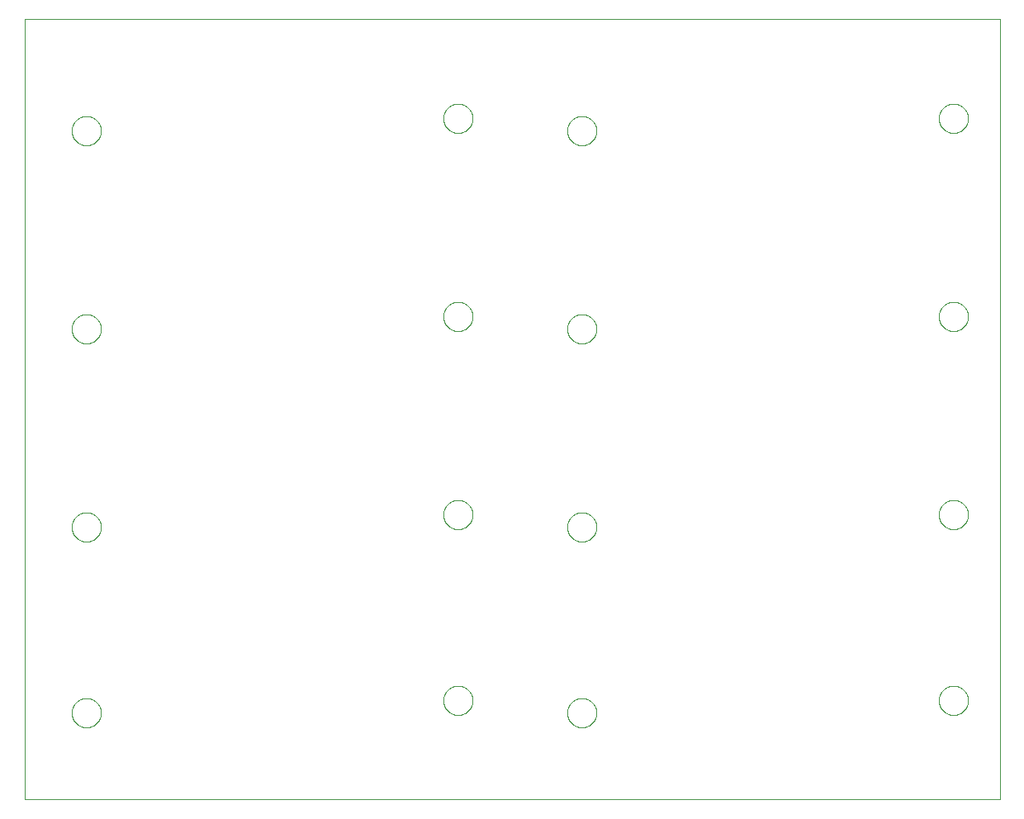
<source format=gbp>
G75*
%MOIN*%
%OFA0B0*%
%FSLAX25Y25*%
%IPPOS*%
%LPD*%
%AMOC8*
5,1,8,0,0,1.08239X$1,22.5*
%
%ADD10C,0.00000*%
D10*
X0002600Y0002600D02*
X0002600Y0317561D01*
X0396301Y0317561D01*
X0396301Y0002600D01*
X0002600Y0002600D01*
X0021694Y0037600D02*
X0021696Y0037753D01*
X0021702Y0037907D01*
X0021712Y0038060D01*
X0021726Y0038212D01*
X0021744Y0038365D01*
X0021766Y0038516D01*
X0021791Y0038667D01*
X0021821Y0038818D01*
X0021855Y0038968D01*
X0021892Y0039116D01*
X0021933Y0039264D01*
X0021978Y0039410D01*
X0022027Y0039556D01*
X0022080Y0039700D01*
X0022136Y0039842D01*
X0022196Y0039983D01*
X0022260Y0040123D01*
X0022327Y0040261D01*
X0022398Y0040397D01*
X0022473Y0040531D01*
X0022550Y0040663D01*
X0022632Y0040793D01*
X0022716Y0040921D01*
X0022804Y0041047D01*
X0022895Y0041170D01*
X0022989Y0041291D01*
X0023087Y0041409D01*
X0023187Y0041525D01*
X0023291Y0041638D01*
X0023397Y0041749D01*
X0023506Y0041857D01*
X0023618Y0041962D01*
X0023732Y0042063D01*
X0023850Y0042162D01*
X0023969Y0042258D01*
X0024091Y0042351D01*
X0024216Y0042440D01*
X0024343Y0042527D01*
X0024472Y0042609D01*
X0024603Y0042689D01*
X0024736Y0042765D01*
X0024871Y0042838D01*
X0025008Y0042907D01*
X0025147Y0042972D01*
X0025287Y0043034D01*
X0025429Y0043092D01*
X0025572Y0043147D01*
X0025717Y0043198D01*
X0025863Y0043245D01*
X0026010Y0043288D01*
X0026158Y0043327D01*
X0026307Y0043363D01*
X0026457Y0043394D01*
X0026608Y0043422D01*
X0026759Y0043446D01*
X0026912Y0043466D01*
X0027064Y0043482D01*
X0027217Y0043494D01*
X0027370Y0043502D01*
X0027523Y0043506D01*
X0027677Y0043506D01*
X0027830Y0043502D01*
X0027983Y0043494D01*
X0028136Y0043482D01*
X0028288Y0043466D01*
X0028441Y0043446D01*
X0028592Y0043422D01*
X0028743Y0043394D01*
X0028893Y0043363D01*
X0029042Y0043327D01*
X0029190Y0043288D01*
X0029337Y0043245D01*
X0029483Y0043198D01*
X0029628Y0043147D01*
X0029771Y0043092D01*
X0029913Y0043034D01*
X0030053Y0042972D01*
X0030192Y0042907D01*
X0030329Y0042838D01*
X0030464Y0042765D01*
X0030597Y0042689D01*
X0030728Y0042609D01*
X0030857Y0042527D01*
X0030984Y0042440D01*
X0031109Y0042351D01*
X0031231Y0042258D01*
X0031350Y0042162D01*
X0031468Y0042063D01*
X0031582Y0041962D01*
X0031694Y0041857D01*
X0031803Y0041749D01*
X0031909Y0041638D01*
X0032013Y0041525D01*
X0032113Y0041409D01*
X0032211Y0041291D01*
X0032305Y0041170D01*
X0032396Y0041047D01*
X0032484Y0040921D01*
X0032568Y0040793D01*
X0032650Y0040663D01*
X0032727Y0040531D01*
X0032802Y0040397D01*
X0032873Y0040261D01*
X0032940Y0040123D01*
X0033004Y0039983D01*
X0033064Y0039842D01*
X0033120Y0039700D01*
X0033173Y0039556D01*
X0033222Y0039410D01*
X0033267Y0039264D01*
X0033308Y0039116D01*
X0033345Y0038968D01*
X0033379Y0038818D01*
X0033409Y0038667D01*
X0033434Y0038516D01*
X0033456Y0038365D01*
X0033474Y0038212D01*
X0033488Y0038060D01*
X0033498Y0037907D01*
X0033504Y0037753D01*
X0033506Y0037600D01*
X0033504Y0037447D01*
X0033498Y0037293D01*
X0033488Y0037140D01*
X0033474Y0036988D01*
X0033456Y0036835D01*
X0033434Y0036684D01*
X0033409Y0036533D01*
X0033379Y0036382D01*
X0033345Y0036232D01*
X0033308Y0036084D01*
X0033267Y0035936D01*
X0033222Y0035790D01*
X0033173Y0035644D01*
X0033120Y0035500D01*
X0033064Y0035358D01*
X0033004Y0035217D01*
X0032940Y0035077D01*
X0032873Y0034939D01*
X0032802Y0034803D01*
X0032727Y0034669D01*
X0032650Y0034537D01*
X0032568Y0034407D01*
X0032484Y0034279D01*
X0032396Y0034153D01*
X0032305Y0034030D01*
X0032211Y0033909D01*
X0032113Y0033791D01*
X0032013Y0033675D01*
X0031909Y0033562D01*
X0031803Y0033451D01*
X0031694Y0033343D01*
X0031582Y0033238D01*
X0031468Y0033137D01*
X0031350Y0033038D01*
X0031231Y0032942D01*
X0031109Y0032849D01*
X0030984Y0032760D01*
X0030857Y0032673D01*
X0030728Y0032591D01*
X0030597Y0032511D01*
X0030464Y0032435D01*
X0030329Y0032362D01*
X0030192Y0032293D01*
X0030053Y0032228D01*
X0029913Y0032166D01*
X0029771Y0032108D01*
X0029628Y0032053D01*
X0029483Y0032002D01*
X0029337Y0031955D01*
X0029190Y0031912D01*
X0029042Y0031873D01*
X0028893Y0031837D01*
X0028743Y0031806D01*
X0028592Y0031778D01*
X0028441Y0031754D01*
X0028288Y0031734D01*
X0028136Y0031718D01*
X0027983Y0031706D01*
X0027830Y0031698D01*
X0027677Y0031694D01*
X0027523Y0031694D01*
X0027370Y0031698D01*
X0027217Y0031706D01*
X0027064Y0031718D01*
X0026912Y0031734D01*
X0026759Y0031754D01*
X0026608Y0031778D01*
X0026457Y0031806D01*
X0026307Y0031837D01*
X0026158Y0031873D01*
X0026010Y0031912D01*
X0025863Y0031955D01*
X0025717Y0032002D01*
X0025572Y0032053D01*
X0025429Y0032108D01*
X0025287Y0032166D01*
X0025147Y0032228D01*
X0025008Y0032293D01*
X0024871Y0032362D01*
X0024736Y0032435D01*
X0024603Y0032511D01*
X0024472Y0032591D01*
X0024343Y0032673D01*
X0024216Y0032760D01*
X0024091Y0032849D01*
X0023969Y0032942D01*
X0023850Y0033038D01*
X0023732Y0033137D01*
X0023618Y0033238D01*
X0023506Y0033343D01*
X0023397Y0033451D01*
X0023291Y0033562D01*
X0023187Y0033675D01*
X0023087Y0033791D01*
X0022989Y0033909D01*
X0022895Y0034030D01*
X0022804Y0034153D01*
X0022716Y0034279D01*
X0022632Y0034407D01*
X0022550Y0034537D01*
X0022473Y0034669D01*
X0022398Y0034803D01*
X0022327Y0034939D01*
X0022260Y0035077D01*
X0022196Y0035217D01*
X0022136Y0035358D01*
X0022080Y0035500D01*
X0022027Y0035644D01*
X0021978Y0035790D01*
X0021933Y0035936D01*
X0021892Y0036084D01*
X0021855Y0036232D01*
X0021821Y0036382D01*
X0021791Y0036533D01*
X0021766Y0036684D01*
X0021744Y0036835D01*
X0021726Y0036988D01*
X0021712Y0037140D01*
X0021702Y0037293D01*
X0021696Y0037447D01*
X0021694Y0037600D01*
X0021694Y0112600D02*
X0021696Y0112753D01*
X0021702Y0112907D01*
X0021712Y0113060D01*
X0021726Y0113212D01*
X0021744Y0113365D01*
X0021766Y0113516D01*
X0021791Y0113667D01*
X0021821Y0113818D01*
X0021855Y0113968D01*
X0021892Y0114116D01*
X0021933Y0114264D01*
X0021978Y0114410D01*
X0022027Y0114556D01*
X0022080Y0114700D01*
X0022136Y0114842D01*
X0022196Y0114983D01*
X0022260Y0115123D01*
X0022327Y0115261D01*
X0022398Y0115397D01*
X0022473Y0115531D01*
X0022550Y0115663D01*
X0022632Y0115793D01*
X0022716Y0115921D01*
X0022804Y0116047D01*
X0022895Y0116170D01*
X0022989Y0116291D01*
X0023087Y0116409D01*
X0023187Y0116525D01*
X0023291Y0116638D01*
X0023397Y0116749D01*
X0023506Y0116857D01*
X0023618Y0116962D01*
X0023732Y0117063D01*
X0023850Y0117162D01*
X0023969Y0117258D01*
X0024091Y0117351D01*
X0024216Y0117440D01*
X0024343Y0117527D01*
X0024472Y0117609D01*
X0024603Y0117689D01*
X0024736Y0117765D01*
X0024871Y0117838D01*
X0025008Y0117907D01*
X0025147Y0117972D01*
X0025287Y0118034D01*
X0025429Y0118092D01*
X0025572Y0118147D01*
X0025717Y0118198D01*
X0025863Y0118245D01*
X0026010Y0118288D01*
X0026158Y0118327D01*
X0026307Y0118363D01*
X0026457Y0118394D01*
X0026608Y0118422D01*
X0026759Y0118446D01*
X0026912Y0118466D01*
X0027064Y0118482D01*
X0027217Y0118494D01*
X0027370Y0118502D01*
X0027523Y0118506D01*
X0027677Y0118506D01*
X0027830Y0118502D01*
X0027983Y0118494D01*
X0028136Y0118482D01*
X0028288Y0118466D01*
X0028441Y0118446D01*
X0028592Y0118422D01*
X0028743Y0118394D01*
X0028893Y0118363D01*
X0029042Y0118327D01*
X0029190Y0118288D01*
X0029337Y0118245D01*
X0029483Y0118198D01*
X0029628Y0118147D01*
X0029771Y0118092D01*
X0029913Y0118034D01*
X0030053Y0117972D01*
X0030192Y0117907D01*
X0030329Y0117838D01*
X0030464Y0117765D01*
X0030597Y0117689D01*
X0030728Y0117609D01*
X0030857Y0117527D01*
X0030984Y0117440D01*
X0031109Y0117351D01*
X0031231Y0117258D01*
X0031350Y0117162D01*
X0031468Y0117063D01*
X0031582Y0116962D01*
X0031694Y0116857D01*
X0031803Y0116749D01*
X0031909Y0116638D01*
X0032013Y0116525D01*
X0032113Y0116409D01*
X0032211Y0116291D01*
X0032305Y0116170D01*
X0032396Y0116047D01*
X0032484Y0115921D01*
X0032568Y0115793D01*
X0032650Y0115663D01*
X0032727Y0115531D01*
X0032802Y0115397D01*
X0032873Y0115261D01*
X0032940Y0115123D01*
X0033004Y0114983D01*
X0033064Y0114842D01*
X0033120Y0114700D01*
X0033173Y0114556D01*
X0033222Y0114410D01*
X0033267Y0114264D01*
X0033308Y0114116D01*
X0033345Y0113968D01*
X0033379Y0113818D01*
X0033409Y0113667D01*
X0033434Y0113516D01*
X0033456Y0113365D01*
X0033474Y0113212D01*
X0033488Y0113060D01*
X0033498Y0112907D01*
X0033504Y0112753D01*
X0033506Y0112600D01*
X0033504Y0112447D01*
X0033498Y0112293D01*
X0033488Y0112140D01*
X0033474Y0111988D01*
X0033456Y0111835D01*
X0033434Y0111684D01*
X0033409Y0111533D01*
X0033379Y0111382D01*
X0033345Y0111232D01*
X0033308Y0111084D01*
X0033267Y0110936D01*
X0033222Y0110790D01*
X0033173Y0110644D01*
X0033120Y0110500D01*
X0033064Y0110358D01*
X0033004Y0110217D01*
X0032940Y0110077D01*
X0032873Y0109939D01*
X0032802Y0109803D01*
X0032727Y0109669D01*
X0032650Y0109537D01*
X0032568Y0109407D01*
X0032484Y0109279D01*
X0032396Y0109153D01*
X0032305Y0109030D01*
X0032211Y0108909D01*
X0032113Y0108791D01*
X0032013Y0108675D01*
X0031909Y0108562D01*
X0031803Y0108451D01*
X0031694Y0108343D01*
X0031582Y0108238D01*
X0031468Y0108137D01*
X0031350Y0108038D01*
X0031231Y0107942D01*
X0031109Y0107849D01*
X0030984Y0107760D01*
X0030857Y0107673D01*
X0030728Y0107591D01*
X0030597Y0107511D01*
X0030464Y0107435D01*
X0030329Y0107362D01*
X0030192Y0107293D01*
X0030053Y0107228D01*
X0029913Y0107166D01*
X0029771Y0107108D01*
X0029628Y0107053D01*
X0029483Y0107002D01*
X0029337Y0106955D01*
X0029190Y0106912D01*
X0029042Y0106873D01*
X0028893Y0106837D01*
X0028743Y0106806D01*
X0028592Y0106778D01*
X0028441Y0106754D01*
X0028288Y0106734D01*
X0028136Y0106718D01*
X0027983Y0106706D01*
X0027830Y0106698D01*
X0027677Y0106694D01*
X0027523Y0106694D01*
X0027370Y0106698D01*
X0027217Y0106706D01*
X0027064Y0106718D01*
X0026912Y0106734D01*
X0026759Y0106754D01*
X0026608Y0106778D01*
X0026457Y0106806D01*
X0026307Y0106837D01*
X0026158Y0106873D01*
X0026010Y0106912D01*
X0025863Y0106955D01*
X0025717Y0107002D01*
X0025572Y0107053D01*
X0025429Y0107108D01*
X0025287Y0107166D01*
X0025147Y0107228D01*
X0025008Y0107293D01*
X0024871Y0107362D01*
X0024736Y0107435D01*
X0024603Y0107511D01*
X0024472Y0107591D01*
X0024343Y0107673D01*
X0024216Y0107760D01*
X0024091Y0107849D01*
X0023969Y0107942D01*
X0023850Y0108038D01*
X0023732Y0108137D01*
X0023618Y0108238D01*
X0023506Y0108343D01*
X0023397Y0108451D01*
X0023291Y0108562D01*
X0023187Y0108675D01*
X0023087Y0108791D01*
X0022989Y0108909D01*
X0022895Y0109030D01*
X0022804Y0109153D01*
X0022716Y0109279D01*
X0022632Y0109407D01*
X0022550Y0109537D01*
X0022473Y0109669D01*
X0022398Y0109803D01*
X0022327Y0109939D01*
X0022260Y0110077D01*
X0022196Y0110217D01*
X0022136Y0110358D01*
X0022080Y0110500D01*
X0022027Y0110644D01*
X0021978Y0110790D01*
X0021933Y0110936D01*
X0021892Y0111084D01*
X0021855Y0111232D01*
X0021821Y0111382D01*
X0021791Y0111533D01*
X0021766Y0111684D01*
X0021744Y0111835D01*
X0021726Y0111988D01*
X0021712Y0112140D01*
X0021702Y0112293D01*
X0021696Y0112447D01*
X0021694Y0112600D01*
X0021694Y0192600D02*
X0021696Y0192753D01*
X0021702Y0192907D01*
X0021712Y0193060D01*
X0021726Y0193212D01*
X0021744Y0193365D01*
X0021766Y0193516D01*
X0021791Y0193667D01*
X0021821Y0193818D01*
X0021855Y0193968D01*
X0021892Y0194116D01*
X0021933Y0194264D01*
X0021978Y0194410D01*
X0022027Y0194556D01*
X0022080Y0194700D01*
X0022136Y0194842D01*
X0022196Y0194983D01*
X0022260Y0195123D01*
X0022327Y0195261D01*
X0022398Y0195397D01*
X0022473Y0195531D01*
X0022550Y0195663D01*
X0022632Y0195793D01*
X0022716Y0195921D01*
X0022804Y0196047D01*
X0022895Y0196170D01*
X0022989Y0196291D01*
X0023087Y0196409D01*
X0023187Y0196525D01*
X0023291Y0196638D01*
X0023397Y0196749D01*
X0023506Y0196857D01*
X0023618Y0196962D01*
X0023732Y0197063D01*
X0023850Y0197162D01*
X0023969Y0197258D01*
X0024091Y0197351D01*
X0024216Y0197440D01*
X0024343Y0197527D01*
X0024472Y0197609D01*
X0024603Y0197689D01*
X0024736Y0197765D01*
X0024871Y0197838D01*
X0025008Y0197907D01*
X0025147Y0197972D01*
X0025287Y0198034D01*
X0025429Y0198092D01*
X0025572Y0198147D01*
X0025717Y0198198D01*
X0025863Y0198245D01*
X0026010Y0198288D01*
X0026158Y0198327D01*
X0026307Y0198363D01*
X0026457Y0198394D01*
X0026608Y0198422D01*
X0026759Y0198446D01*
X0026912Y0198466D01*
X0027064Y0198482D01*
X0027217Y0198494D01*
X0027370Y0198502D01*
X0027523Y0198506D01*
X0027677Y0198506D01*
X0027830Y0198502D01*
X0027983Y0198494D01*
X0028136Y0198482D01*
X0028288Y0198466D01*
X0028441Y0198446D01*
X0028592Y0198422D01*
X0028743Y0198394D01*
X0028893Y0198363D01*
X0029042Y0198327D01*
X0029190Y0198288D01*
X0029337Y0198245D01*
X0029483Y0198198D01*
X0029628Y0198147D01*
X0029771Y0198092D01*
X0029913Y0198034D01*
X0030053Y0197972D01*
X0030192Y0197907D01*
X0030329Y0197838D01*
X0030464Y0197765D01*
X0030597Y0197689D01*
X0030728Y0197609D01*
X0030857Y0197527D01*
X0030984Y0197440D01*
X0031109Y0197351D01*
X0031231Y0197258D01*
X0031350Y0197162D01*
X0031468Y0197063D01*
X0031582Y0196962D01*
X0031694Y0196857D01*
X0031803Y0196749D01*
X0031909Y0196638D01*
X0032013Y0196525D01*
X0032113Y0196409D01*
X0032211Y0196291D01*
X0032305Y0196170D01*
X0032396Y0196047D01*
X0032484Y0195921D01*
X0032568Y0195793D01*
X0032650Y0195663D01*
X0032727Y0195531D01*
X0032802Y0195397D01*
X0032873Y0195261D01*
X0032940Y0195123D01*
X0033004Y0194983D01*
X0033064Y0194842D01*
X0033120Y0194700D01*
X0033173Y0194556D01*
X0033222Y0194410D01*
X0033267Y0194264D01*
X0033308Y0194116D01*
X0033345Y0193968D01*
X0033379Y0193818D01*
X0033409Y0193667D01*
X0033434Y0193516D01*
X0033456Y0193365D01*
X0033474Y0193212D01*
X0033488Y0193060D01*
X0033498Y0192907D01*
X0033504Y0192753D01*
X0033506Y0192600D01*
X0033504Y0192447D01*
X0033498Y0192293D01*
X0033488Y0192140D01*
X0033474Y0191988D01*
X0033456Y0191835D01*
X0033434Y0191684D01*
X0033409Y0191533D01*
X0033379Y0191382D01*
X0033345Y0191232D01*
X0033308Y0191084D01*
X0033267Y0190936D01*
X0033222Y0190790D01*
X0033173Y0190644D01*
X0033120Y0190500D01*
X0033064Y0190358D01*
X0033004Y0190217D01*
X0032940Y0190077D01*
X0032873Y0189939D01*
X0032802Y0189803D01*
X0032727Y0189669D01*
X0032650Y0189537D01*
X0032568Y0189407D01*
X0032484Y0189279D01*
X0032396Y0189153D01*
X0032305Y0189030D01*
X0032211Y0188909D01*
X0032113Y0188791D01*
X0032013Y0188675D01*
X0031909Y0188562D01*
X0031803Y0188451D01*
X0031694Y0188343D01*
X0031582Y0188238D01*
X0031468Y0188137D01*
X0031350Y0188038D01*
X0031231Y0187942D01*
X0031109Y0187849D01*
X0030984Y0187760D01*
X0030857Y0187673D01*
X0030728Y0187591D01*
X0030597Y0187511D01*
X0030464Y0187435D01*
X0030329Y0187362D01*
X0030192Y0187293D01*
X0030053Y0187228D01*
X0029913Y0187166D01*
X0029771Y0187108D01*
X0029628Y0187053D01*
X0029483Y0187002D01*
X0029337Y0186955D01*
X0029190Y0186912D01*
X0029042Y0186873D01*
X0028893Y0186837D01*
X0028743Y0186806D01*
X0028592Y0186778D01*
X0028441Y0186754D01*
X0028288Y0186734D01*
X0028136Y0186718D01*
X0027983Y0186706D01*
X0027830Y0186698D01*
X0027677Y0186694D01*
X0027523Y0186694D01*
X0027370Y0186698D01*
X0027217Y0186706D01*
X0027064Y0186718D01*
X0026912Y0186734D01*
X0026759Y0186754D01*
X0026608Y0186778D01*
X0026457Y0186806D01*
X0026307Y0186837D01*
X0026158Y0186873D01*
X0026010Y0186912D01*
X0025863Y0186955D01*
X0025717Y0187002D01*
X0025572Y0187053D01*
X0025429Y0187108D01*
X0025287Y0187166D01*
X0025147Y0187228D01*
X0025008Y0187293D01*
X0024871Y0187362D01*
X0024736Y0187435D01*
X0024603Y0187511D01*
X0024472Y0187591D01*
X0024343Y0187673D01*
X0024216Y0187760D01*
X0024091Y0187849D01*
X0023969Y0187942D01*
X0023850Y0188038D01*
X0023732Y0188137D01*
X0023618Y0188238D01*
X0023506Y0188343D01*
X0023397Y0188451D01*
X0023291Y0188562D01*
X0023187Y0188675D01*
X0023087Y0188791D01*
X0022989Y0188909D01*
X0022895Y0189030D01*
X0022804Y0189153D01*
X0022716Y0189279D01*
X0022632Y0189407D01*
X0022550Y0189537D01*
X0022473Y0189669D01*
X0022398Y0189803D01*
X0022327Y0189939D01*
X0022260Y0190077D01*
X0022196Y0190217D01*
X0022136Y0190358D01*
X0022080Y0190500D01*
X0022027Y0190644D01*
X0021978Y0190790D01*
X0021933Y0190936D01*
X0021892Y0191084D01*
X0021855Y0191232D01*
X0021821Y0191382D01*
X0021791Y0191533D01*
X0021766Y0191684D01*
X0021744Y0191835D01*
X0021726Y0191988D01*
X0021712Y0192140D01*
X0021702Y0192293D01*
X0021696Y0192447D01*
X0021694Y0192600D01*
X0021694Y0272600D02*
X0021696Y0272753D01*
X0021702Y0272907D01*
X0021712Y0273060D01*
X0021726Y0273212D01*
X0021744Y0273365D01*
X0021766Y0273516D01*
X0021791Y0273667D01*
X0021821Y0273818D01*
X0021855Y0273968D01*
X0021892Y0274116D01*
X0021933Y0274264D01*
X0021978Y0274410D01*
X0022027Y0274556D01*
X0022080Y0274700D01*
X0022136Y0274842D01*
X0022196Y0274983D01*
X0022260Y0275123D01*
X0022327Y0275261D01*
X0022398Y0275397D01*
X0022473Y0275531D01*
X0022550Y0275663D01*
X0022632Y0275793D01*
X0022716Y0275921D01*
X0022804Y0276047D01*
X0022895Y0276170D01*
X0022989Y0276291D01*
X0023087Y0276409D01*
X0023187Y0276525D01*
X0023291Y0276638D01*
X0023397Y0276749D01*
X0023506Y0276857D01*
X0023618Y0276962D01*
X0023732Y0277063D01*
X0023850Y0277162D01*
X0023969Y0277258D01*
X0024091Y0277351D01*
X0024216Y0277440D01*
X0024343Y0277527D01*
X0024472Y0277609D01*
X0024603Y0277689D01*
X0024736Y0277765D01*
X0024871Y0277838D01*
X0025008Y0277907D01*
X0025147Y0277972D01*
X0025287Y0278034D01*
X0025429Y0278092D01*
X0025572Y0278147D01*
X0025717Y0278198D01*
X0025863Y0278245D01*
X0026010Y0278288D01*
X0026158Y0278327D01*
X0026307Y0278363D01*
X0026457Y0278394D01*
X0026608Y0278422D01*
X0026759Y0278446D01*
X0026912Y0278466D01*
X0027064Y0278482D01*
X0027217Y0278494D01*
X0027370Y0278502D01*
X0027523Y0278506D01*
X0027677Y0278506D01*
X0027830Y0278502D01*
X0027983Y0278494D01*
X0028136Y0278482D01*
X0028288Y0278466D01*
X0028441Y0278446D01*
X0028592Y0278422D01*
X0028743Y0278394D01*
X0028893Y0278363D01*
X0029042Y0278327D01*
X0029190Y0278288D01*
X0029337Y0278245D01*
X0029483Y0278198D01*
X0029628Y0278147D01*
X0029771Y0278092D01*
X0029913Y0278034D01*
X0030053Y0277972D01*
X0030192Y0277907D01*
X0030329Y0277838D01*
X0030464Y0277765D01*
X0030597Y0277689D01*
X0030728Y0277609D01*
X0030857Y0277527D01*
X0030984Y0277440D01*
X0031109Y0277351D01*
X0031231Y0277258D01*
X0031350Y0277162D01*
X0031468Y0277063D01*
X0031582Y0276962D01*
X0031694Y0276857D01*
X0031803Y0276749D01*
X0031909Y0276638D01*
X0032013Y0276525D01*
X0032113Y0276409D01*
X0032211Y0276291D01*
X0032305Y0276170D01*
X0032396Y0276047D01*
X0032484Y0275921D01*
X0032568Y0275793D01*
X0032650Y0275663D01*
X0032727Y0275531D01*
X0032802Y0275397D01*
X0032873Y0275261D01*
X0032940Y0275123D01*
X0033004Y0274983D01*
X0033064Y0274842D01*
X0033120Y0274700D01*
X0033173Y0274556D01*
X0033222Y0274410D01*
X0033267Y0274264D01*
X0033308Y0274116D01*
X0033345Y0273968D01*
X0033379Y0273818D01*
X0033409Y0273667D01*
X0033434Y0273516D01*
X0033456Y0273365D01*
X0033474Y0273212D01*
X0033488Y0273060D01*
X0033498Y0272907D01*
X0033504Y0272753D01*
X0033506Y0272600D01*
X0033504Y0272447D01*
X0033498Y0272293D01*
X0033488Y0272140D01*
X0033474Y0271988D01*
X0033456Y0271835D01*
X0033434Y0271684D01*
X0033409Y0271533D01*
X0033379Y0271382D01*
X0033345Y0271232D01*
X0033308Y0271084D01*
X0033267Y0270936D01*
X0033222Y0270790D01*
X0033173Y0270644D01*
X0033120Y0270500D01*
X0033064Y0270358D01*
X0033004Y0270217D01*
X0032940Y0270077D01*
X0032873Y0269939D01*
X0032802Y0269803D01*
X0032727Y0269669D01*
X0032650Y0269537D01*
X0032568Y0269407D01*
X0032484Y0269279D01*
X0032396Y0269153D01*
X0032305Y0269030D01*
X0032211Y0268909D01*
X0032113Y0268791D01*
X0032013Y0268675D01*
X0031909Y0268562D01*
X0031803Y0268451D01*
X0031694Y0268343D01*
X0031582Y0268238D01*
X0031468Y0268137D01*
X0031350Y0268038D01*
X0031231Y0267942D01*
X0031109Y0267849D01*
X0030984Y0267760D01*
X0030857Y0267673D01*
X0030728Y0267591D01*
X0030597Y0267511D01*
X0030464Y0267435D01*
X0030329Y0267362D01*
X0030192Y0267293D01*
X0030053Y0267228D01*
X0029913Y0267166D01*
X0029771Y0267108D01*
X0029628Y0267053D01*
X0029483Y0267002D01*
X0029337Y0266955D01*
X0029190Y0266912D01*
X0029042Y0266873D01*
X0028893Y0266837D01*
X0028743Y0266806D01*
X0028592Y0266778D01*
X0028441Y0266754D01*
X0028288Y0266734D01*
X0028136Y0266718D01*
X0027983Y0266706D01*
X0027830Y0266698D01*
X0027677Y0266694D01*
X0027523Y0266694D01*
X0027370Y0266698D01*
X0027217Y0266706D01*
X0027064Y0266718D01*
X0026912Y0266734D01*
X0026759Y0266754D01*
X0026608Y0266778D01*
X0026457Y0266806D01*
X0026307Y0266837D01*
X0026158Y0266873D01*
X0026010Y0266912D01*
X0025863Y0266955D01*
X0025717Y0267002D01*
X0025572Y0267053D01*
X0025429Y0267108D01*
X0025287Y0267166D01*
X0025147Y0267228D01*
X0025008Y0267293D01*
X0024871Y0267362D01*
X0024736Y0267435D01*
X0024603Y0267511D01*
X0024472Y0267591D01*
X0024343Y0267673D01*
X0024216Y0267760D01*
X0024091Y0267849D01*
X0023969Y0267942D01*
X0023850Y0268038D01*
X0023732Y0268137D01*
X0023618Y0268238D01*
X0023506Y0268343D01*
X0023397Y0268451D01*
X0023291Y0268562D01*
X0023187Y0268675D01*
X0023087Y0268791D01*
X0022989Y0268909D01*
X0022895Y0269030D01*
X0022804Y0269153D01*
X0022716Y0269279D01*
X0022632Y0269407D01*
X0022550Y0269537D01*
X0022473Y0269669D01*
X0022398Y0269803D01*
X0022327Y0269939D01*
X0022260Y0270077D01*
X0022196Y0270217D01*
X0022136Y0270358D01*
X0022080Y0270500D01*
X0022027Y0270644D01*
X0021978Y0270790D01*
X0021933Y0270936D01*
X0021892Y0271084D01*
X0021855Y0271232D01*
X0021821Y0271382D01*
X0021791Y0271533D01*
X0021766Y0271684D01*
X0021744Y0271835D01*
X0021726Y0271988D01*
X0021712Y0272140D01*
X0021702Y0272293D01*
X0021696Y0272447D01*
X0021694Y0272600D01*
X0171694Y0277600D02*
X0171696Y0277753D01*
X0171702Y0277907D01*
X0171712Y0278060D01*
X0171726Y0278212D01*
X0171744Y0278365D01*
X0171766Y0278516D01*
X0171791Y0278667D01*
X0171821Y0278818D01*
X0171855Y0278968D01*
X0171892Y0279116D01*
X0171933Y0279264D01*
X0171978Y0279410D01*
X0172027Y0279556D01*
X0172080Y0279700D01*
X0172136Y0279842D01*
X0172196Y0279983D01*
X0172260Y0280123D01*
X0172327Y0280261D01*
X0172398Y0280397D01*
X0172473Y0280531D01*
X0172550Y0280663D01*
X0172632Y0280793D01*
X0172716Y0280921D01*
X0172804Y0281047D01*
X0172895Y0281170D01*
X0172989Y0281291D01*
X0173087Y0281409D01*
X0173187Y0281525D01*
X0173291Y0281638D01*
X0173397Y0281749D01*
X0173506Y0281857D01*
X0173618Y0281962D01*
X0173732Y0282063D01*
X0173850Y0282162D01*
X0173969Y0282258D01*
X0174091Y0282351D01*
X0174216Y0282440D01*
X0174343Y0282527D01*
X0174472Y0282609D01*
X0174603Y0282689D01*
X0174736Y0282765D01*
X0174871Y0282838D01*
X0175008Y0282907D01*
X0175147Y0282972D01*
X0175287Y0283034D01*
X0175429Y0283092D01*
X0175572Y0283147D01*
X0175717Y0283198D01*
X0175863Y0283245D01*
X0176010Y0283288D01*
X0176158Y0283327D01*
X0176307Y0283363D01*
X0176457Y0283394D01*
X0176608Y0283422D01*
X0176759Y0283446D01*
X0176912Y0283466D01*
X0177064Y0283482D01*
X0177217Y0283494D01*
X0177370Y0283502D01*
X0177523Y0283506D01*
X0177677Y0283506D01*
X0177830Y0283502D01*
X0177983Y0283494D01*
X0178136Y0283482D01*
X0178288Y0283466D01*
X0178441Y0283446D01*
X0178592Y0283422D01*
X0178743Y0283394D01*
X0178893Y0283363D01*
X0179042Y0283327D01*
X0179190Y0283288D01*
X0179337Y0283245D01*
X0179483Y0283198D01*
X0179628Y0283147D01*
X0179771Y0283092D01*
X0179913Y0283034D01*
X0180053Y0282972D01*
X0180192Y0282907D01*
X0180329Y0282838D01*
X0180464Y0282765D01*
X0180597Y0282689D01*
X0180728Y0282609D01*
X0180857Y0282527D01*
X0180984Y0282440D01*
X0181109Y0282351D01*
X0181231Y0282258D01*
X0181350Y0282162D01*
X0181468Y0282063D01*
X0181582Y0281962D01*
X0181694Y0281857D01*
X0181803Y0281749D01*
X0181909Y0281638D01*
X0182013Y0281525D01*
X0182113Y0281409D01*
X0182211Y0281291D01*
X0182305Y0281170D01*
X0182396Y0281047D01*
X0182484Y0280921D01*
X0182568Y0280793D01*
X0182650Y0280663D01*
X0182727Y0280531D01*
X0182802Y0280397D01*
X0182873Y0280261D01*
X0182940Y0280123D01*
X0183004Y0279983D01*
X0183064Y0279842D01*
X0183120Y0279700D01*
X0183173Y0279556D01*
X0183222Y0279410D01*
X0183267Y0279264D01*
X0183308Y0279116D01*
X0183345Y0278968D01*
X0183379Y0278818D01*
X0183409Y0278667D01*
X0183434Y0278516D01*
X0183456Y0278365D01*
X0183474Y0278212D01*
X0183488Y0278060D01*
X0183498Y0277907D01*
X0183504Y0277753D01*
X0183506Y0277600D01*
X0183504Y0277447D01*
X0183498Y0277293D01*
X0183488Y0277140D01*
X0183474Y0276988D01*
X0183456Y0276835D01*
X0183434Y0276684D01*
X0183409Y0276533D01*
X0183379Y0276382D01*
X0183345Y0276232D01*
X0183308Y0276084D01*
X0183267Y0275936D01*
X0183222Y0275790D01*
X0183173Y0275644D01*
X0183120Y0275500D01*
X0183064Y0275358D01*
X0183004Y0275217D01*
X0182940Y0275077D01*
X0182873Y0274939D01*
X0182802Y0274803D01*
X0182727Y0274669D01*
X0182650Y0274537D01*
X0182568Y0274407D01*
X0182484Y0274279D01*
X0182396Y0274153D01*
X0182305Y0274030D01*
X0182211Y0273909D01*
X0182113Y0273791D01*
X0182013Y0273675D01*
X0181909Y0273562D01*
X0181803Y0273451D01*
X0181694Y0273343D01*
X0181582Y0273238D01*
X0181468Y0273137D01*
X0181350Y0273038D01*
X0181231Y0272942D01*
X0181109Y0272849D01*
X0180984Y0272760D01*
X0180857Y0272673D01*
X0180728Y0272591D01*
X0180597Y0272511D01*
X0180464Y0272435D01*
X0180329Y0272362D01*
X0180192Y0272293D01*
X0180053Y0272228D01*
X0179913Y0272166D01*
X0179771Y0272108D01*
X0179628Y0272053D01*
X0179483Y0272002D01*
X0179337Y0271955D01*
X0179190Y0271912D01*
X0179042Y0271873D01*
X0178893Y0271837D01*
X0178743Y0271806D01*
X0178592Y0271778D01*
X0178441Y0271754D01*
X0178288Y0271734D01*
X0178136Y0271718D01*
X0177983Y0271706D01*
X0177830Y0271698D01*
X0177677Y0271694D01*
X0177523Y0271694D01*
X0177370Y0271698D01*
X0177217Y0271706D01*
X0177064Y0271718D01*
X0176912Y0271734D01*
X0176759Y0271754D01*
X0176608Y0271778D01*
X0176457Y0271806D01*
X0176307Y0271837D01*
X0176158Y0271873D01*
X0176010Y0271912D01*
X0175863Y0271955D01*
X0175717Y0272002D01*
X0175572Y0272053D01*
X0175429Y0272108D01*
X0175287Y0272166D01*
X0175147Y0272228D01*
X0175008Y0272293D01*
X0174871Y0272362D01*
X0174736Y0272435D01*
X0174603Y0272511D01*
X0174472Y0272591D01*
X0174343Y0272673D01*
X0174216Y0272760D01*
X0174091Y0272849D01*
X0173969Y0272942D01*
X0173850Y0273038D01*
X0173732Y0273137D01*
X0173618Y0273238D01*
X0173506Y0273343D01*
X0173397Y0273451D01*
X0173291Y0273562D01*
X0173187Y0273675D01*
X0173087Y0273791D01*
X0172989Y0273909D01*
X0172895Y0274030D01*
X0172804Y0274153D01*
X0172716Y0274279D01*
X0172632Y0274407D01*
X0172550Y0274537D01*
X0172473Y0274669D01*
X0172398Y0274803D01*
X0172327Y0274939D01*
X0172260Y0275077D01*
X0172196Y0275217D01*
X0172136Y0275358D01*
X0172080Y0275500D01*
X0172027Y0275644D01*
X0171978Y0275790D01*
X0171933Y0275936D01*
X0171892Y0276084D01*
X0171855Y0276232D01*
X0171821Y0276382D01*
X0171791Y0276533D01*
X0171766Y0276684D01*
X0171744Y0276835D01*
X0171726Y0276988D01*
X0171712Y0277140D01*
X0171702Y0277293D01*
X0171696Y0277447D01*
X0171694Y0277600D01*
X0221694Y0272600D02*
X0221696Y0272753D01*
X0221702Y0272907D01*
X0221712Y0273060D01*
X0221726Y0273212D01*
X0221744Y0273365D01*
X0221766Y0273516D01*
X0221791Y0273667D01*
X0221821Y0273818D01*
X0221855Y0273968D01*
X0221892Y0274116D01*
X0221933Y0274264D01*
X0221978Y0274410D01*
X0222027Y0274556D01*
X0222080Y0274700D01*
X0222136Y0274842D01*
X0222196Y0274983D01*
X0222260Y0275123D01*
X0222327Y0275261D01*
X0222398Y0275397D01*
X0222473Y0275531D01*
X0222550Y0275663D01*
X0222632Y0275793D01*
X0222716Y0275921D01*
X0222804Y0276047D01*
X0222895Y0276170D01*
X0222989Y0276291D01*
X0223087Y0276409D01*
X0223187Y0276525D01*
X0223291Y0276638D01*
X0223397Y0276749D01*
X0223506Y0276857D01*
X0223618Y0276962D01*
X0223732Y0277063D01*
X0223850Y0277162D01*
X0223969Y0277258D01*
X0224091Y0277351D01*
X0224216Y0277440D01*
X0224343Y0277527D01*
X0224472Y0277609D01*
X0224603Y0277689D01*
X0224736Y0277765D01*
X0224871Y0277838D01*
X0225008Y0277907D01*
X0225147Y0277972D01*
X0225287Y0278034D01*
X0225429Y0278092D01*
X0225572Y0278147D01*
X0225717Y0278198D01*
X0225863Y0278245D01*
X0226010Y0278288D01*
X0226158Y0278327D01*
X0226307Y0278363D01*
X0226457Y0278394D01*
X0226608Y0278422D01*
X0226759Y0278446D01*
X0226912Y0278466D01*
X0227064Y0278482D01*
X0227217Y0278494D01*
X0227370Y0278502D01*
X0227523Y0278506D01*
X0227677Y0278506D01*
X0227830Y0278502D01*
X0227983Y0278494D01*
X0228136Y0278482D01*
X0228288Y0278466D01*
X0228441Y0278446D01*
X0228592Y0278422D01*
X0228743Y0278394D01*
X0228893Y0278363D01*
X0229042Y0278327D01*
X0229190Y0278288D01*
X0229337Y0278245D01*
X0229483Y0278198D01*
X0229628Y0278147D01*
X0229771Y0278092D01*
X0229913Y0278034D01*
X0230053Y0277972D01*
X0230192Y0277907D01*
X0230329Y0277838D01*
X0230464Y0277765D01*
X0230597Y0277689D01*
X0230728Y0277609D01*
X0230857Y0277527D01*
X0230984Y0277440D01*
X0231109Y0277351D01*
X0231231Y0277258D01*
X0231350Y0277162D01*
X0231468Y0277063D01*
X0231582Y0276962D01*
X0231694Y0276857D01*
X0231803Y0276749D01*
X0231909Y0276638D01*
X0232013Y0276525D01*
X0232113Y0276409D01*
X0232211Y0276291D01*
X0232305Y0276170D01*
X0232396Y0276047D01*
X0232484Y0275921D01*
X0232568Y0275793D01*
X0232650Y0275663D01*
X0232727Y0275531D01*
X0232802Y0275397D01*
X0232873Y0275261D01*
X0232940Y0275123D01*
X0233004Y0274983D01*
X0233064Y0274842D01*
X0233120Y0274700D01*
X0233173Y0274556D01*
X0233222Y0274410D01*
X0233267Y0274264D01*
X0233308Y0274116D01*
X0233345Y0273968D01*
X0233379Y0273818D01*
X0233409Y0273667D01*
X0233434Y0273516D01*
X0233456Y0273365D01*
X0233474Y0273212D01*
X0233488Y0273060D01*
X0233498Y0272907D01*
X0233504Y0272753D01*
X0233506Y0272600D01*
X0233504Y0272447D01*
X0233498Y0272293D01*
X0233488Y0272140D01*
X0233474Y0271988D01*
X0233456Y0271835D01*
X0233434Y0271684D01*
X0233409Y0271533D01*
X0233379Y0271382D01*
X0233345Y0271232D01*
X0233308Y0271084D01*
X0233267Y0270936D01*
X0233222Y0270790D01*
X0233173Y0270644D01*
X0233120Y0270500D01*
X0233064Y0270358D01*
X0233004Y0270217D01*
X0232940Y0270077D01*
X0232873Y0269939D01*
X0232802Y0269803D01*
X0232727Y0269669D01*
X0232650Y0269537D01*
X0232568Y0269407D01*
X0232484Y0269279D01*
X0232396Y0269153D01*
X0232305Y0269030D01*
X0232211Y0268909D01*
X0232113Y0268791D01*
X0232013Y0268675D01*
X0231909Y0268562D01*
X0231803Y0268451D01*
X0231694Y0268343D01*
X0231582Y0268238D01*
X0231468Y0268137D01*
X0231350Y0268038D01*
X0231231Y0267942D01*
X0231109Y0267849D01*
X0230984Y0267760D01*
X0230857Y0267673D01*
X0230728Y0267591D01*
X0230597Y0267511D01*
X0230464Y0267435D01*
X0230329Y0267362D01*
X0230192Y0267293D01*
X0230053Y0267228D01*
X0229913Y0267166D01*
X0229771Y0267108D01*
X0229628Y0267053D01*
X0229483Y0267002D01*
X0229337Y0266955D01*
X0229190Y0266912D01*
X0229042Y0266873D01*
X0228893Y0266837D01*
X0228743Y0266806D01*
X0228592Y0266778D01*
X0228441Y0266754D01*
X0228288Y0266734D01*
X0228136Y0266718D01*
X0227983Y0266706D01*
X0227830Y0266698D01*
X0227677Y0266694D01*
X0227523Y0266694D01*
X0227370Y0266698D01*
X0227217Y0266706D01*
X0227064Y0266718D01*
X0226912Y0266734D01*
X0226759Y0266754D01*
X0226608Y0266778D01*
X0226457Y0266806D01*
X0226307Y0266837D01*
X0226158Y0266873D01*
X0226010Y0266912D01*
X0225863Y0266955D01*
X0225717Y0267002D01*
X0225572Y0267053D01*
X0225429Y0267108D01*
X0225287Y0267166D01*
X0225147Y0267228D01*
X0225008Y0267293D01*
X0224871Y0267362D01*
X0224736Y0267435D01*
X0224603Y0267511D01*
X0224472Y0267591D01*
X0224343Y0267673D01*
X0224216Y0267760D01*
X0224091Y0267849D01*
X0223969Y0267942D01*
X0223850Y0268038D01*
X0223732Y0268137D01*
X0223618Y0268238D01*
X0223506Y0268343D01*
X0223397Y0268451D01*
X0223291Y0268562D01*
X0223187Y0268675D01*
X0223087Y0268791D01*
X0222989Y0268909D01*
X0222895Y0269030D01*
X0222804Y0269153D01*
X0222716Y0269279D01*
X0222632Y0269407D01*
X0222550Y0269537D01*
X0222473Y0269669D01*
X0222398Y0269803D01*
X0222327Y0269939D01*
X0222260Y0270077D01*
X0222196Y0270217D01*
X0222136Y0270358D01*
X0222080Y0270500D01*
X0222027Y0270644D01*
X0221978Y0270790D01*
X0221933Y0270936D01*
X0221892Y0271084D01*
X0221855Y0271232D01*
X0221821Y0271382D01*
X0221791Y0271533D01*
X0221766Y0271684D01*
X0221744Y0271835D01*
X0221726Y0271988D01*
X0221712Y0272140D01*
X0221702Y0272293D01*
X0221696Y0272447D01*
X0221694Y0272600D01*
X0171694Y0197600D02*
X0171696Y0197753D01*
X0171702Y0197907D01*
X0171712Y0198060D01*
X0171726Y0198212D01*
X0171744Y0198365D01*
X0171766Y0198516D01*
X0171791Y0198667D01*
X0171821Y0198818D01*
X0171855Y0198968D01*
X0171892Y0199116D01*
X0171933Y0199264D01*
X0171978Y0199410D01*
X0172027Y0199556D01*
X0172080Y0199700D01*
X0172136Y0199842D01*
X0172196Y0199983D01*
X0172260Y0200123D01*
X0172327Y0200261D01*
X0172398Y0200397D01*
X0172473Y0200531D01*
X0172550Y0200663D01*
X0172632Y0200793D01*
X0172716Y0200921D01*
X0172804Y0201047D01*
X0172895Y0201170D01*
X0172989Y0201291D01*
X0173087Y0201409D01*
X0173187Y0201525D01*
X0173291Y0201638D01*
X0173397Y0201749D01*
X0173506Y0201857D01*
X0173618Y0201962D01*
X0173732Y0202063D01*
X0173850Y0202162D01*
X0173969Y0202258D01*
X0174091Y0202351D01*
X0174216Y0202440D01*
X0174343Y0202527D01*
X0174472Y0202609D01*
X0174603Y0202689D01*
X0174736Y0202765D01*
X0174871Y0202838D01*
X0175008Y0202907D01*
X0175147Y0202972D01*
X0175287Y0203034D01*
X0175429Y0203092D01*
X0175572Y0203147D01*
X0175717Y0203198D01*
X0175863Y0203245D01*
X0176010Y0203288D01*
X0176158Y0203327D01*
X0176307Y0203363D01*
X0176457Y0203394D01*
X0176608Y0203422D01*
X0176759Y0203446D01*
X0176912Y0203466D01*
X0177064Y0203482D01*
X0177217Y0203494D01*
X0177370Y0203502D01*
X0177523Y0203506D01*
X0177677Y0203506D01*
X0177830Y0203502D01*
X0177983Y0203494D01*
X0178136Y0203482D01*
X0178288Y0203466D01*
X0178441Y0203446D01*
X0178592Y0203422D01*
X0178743Y0203394D01*
X0178893Y0203363D01*
X0179042Y0203327D01*
X0179190Y0203288D01*
X0179337Y0203245D01*
X0179483Y0203198D01*
X0179628Y0203147D01*
X0179771Y0203092D01*
X0179913Y0203034D01*
X0180053Y0202972D01*
X0180192Y0202907D01*
X0180329Y0202838D01*
X0180464Y0202765D01*
X0180597Y0202689D01*
X0180728Y0202609D01*
X0180857Y0202527D01*
X0180984Y0202440D01*
X0181109Y0202351D01*
X0181231Y0202258D01*
X0181350Y0202162D01*
X0181468Y0202063D01*
X0181582Y0201962D01*
X0181694Y0201857D01*
X0181803Y0201749D01*
X0181909Y0201638D01*
X0182013Y0201525D01*
X0182113Y0201409D01*
X0182211Y0201291D01*
X0182305Y0201170D01*
X0182396Y0201047D01*
X0182484Y0200921D01*
X0182568Y0200793D01*
X0182650Y0200663D01*
X0182727Y0200531D01*
X0182802Y0200397D01*
X0182873Y0200261D01*
X0182940Y0200123D01*
X0183004Y0199983D01*
X0183064Y0199842D01*
X0183120Y0199700D01*
X0183173Y0199556D01*
X0183222Y0199410D01*
X0183267Y0199264D01*
X0183308Y0199116D01*
X0183345Y0198968D01*
X0183379Y0198818D01*
X0183409Y0198667D01*
X0183434Y0198516D01*
X0183456Y0198365D01*
X0183474Y0198212D01*
X0183488Y0198060D01*
X0183498Y0197907D01*
X0183504Y0197753D01*
X0183506Y0197600D01*
X0183504Y0197447D01*
X0183498Y0197293D01*
X0183488Y0197140D01*
X0183474Y0196988D01*
X0183456Y0196835D01*
X0183434Y0196684D01*
X0183409Y0196533D01*
X0183379Y0196382D01*
X0183345Y0196232D01*
X0183308Y0196084D01*
X0183267Y0195936D01*
X0183222Y0195790D01*
X0183173Y0195644D01*
X0183120Y0195500D01*
X0183064Y0195358D01*
X0183004Y0195217D01*
X0182940Y0195077D01*
X0182873Y0194939D01*
X0182802Y0194803D01*
X0182727Y0194669D01*
X0182650Y0194537D01*
X0182568Y0194407D01*
X0182484Y0194279D01*
X0182396Y0194153D01*
X0182305Y0194030D01*
X0182211Y0193909D01*
X0182113Y0193791D01*
X0182013Y0193675D01*
X0181909Y0193562D01*
X0181803Y0193451D01*
X0181694Y0193343D01*
X0181582Y0193238D01*
X0181468Y0193137D01*
X0181350Y0193038D01*
X0181231Y0192942D01*
X0181109Y0192849D01*
X0180984Y0192760D01*
X0180857Y0192673D01*
X0180728Y0192591D01*
X0180597Y0192511D01*
X0180464Y0192435D01*
X0180329Y0192362D01*
X0180192Y0192293D01*
X0180053Y0192228D01*
X0179913Y0192166D01*
X0179771Y0192108D01*
X0179628Y0192053D01*
X0179483Y0192002D01*
X0179337Y0191955D01*
X0179190Y0191912D01*
X0179042Y0191873D01*
X0178893Y0191837D01*
X0178743Y0191806D01*
X0178592Y0191778D01*
X0178441Y0191754D01*
X0178288Y0191734D01*
X0178136Y0191718D01*
X0177983Y0191706D01*
X0177830Y0191698D01*
X0177677Y0191694D01*
X0177523Y0191694D01*
X0177370Y0191698D01*
X0177217Y0191706D01*
X0177064Y0191718D01*
X0176912Y0191734D01*
X0176759Y0191754D01*
X0176608Y0191778D01*
X0176457Y0191806D01*
X0176307Y0191837D01*
X0176158Y0191873D01*
X0176010Y0191912D01*
X0175863Y0191955D01*
X0175717Y0192002D01*
X0175572Y0192053D01*
X0175429Y0192108D01*
X0175287Y0192166D01*
X0175147Y0192228D01*
X0175008Y0192293D01*
X0174871Y0192362D01*
X0174736Y0192435D01*
X0174603Y0192511D01*
X0174472Y0192591D01*
X0174343Y0192673D01*
X0174216Y0192760D01*
X0174091Y0192849D01*
X0173969Y0192942D01*
X0173850Y0193038D01*
X0173732Y0193137D01*
X0173618Y0193238D01*
X0173506Y0193343D01*
X0173397Y0193451D01*
X0173291Y0193562D01*
X0173187Y0193675D01*
X0173087Y0193791D01*
X0172989Y0193909D01*
X0172895Y0194030D01*
X0172804Y0194153D01*
X0172716Y0194279D01*
X0172632Y0194407D01*
X0172550Y0194537D01*
X0172473Y0194669D01*
X0172398Y0194803D01*
X0172327Y0194939D01*
X0172260Y0195077D01*
X0172196Y0195217D01*
X0172136Y0195358D01*
X0172080Y0195500D01*
X0172027Y0195644D01*
X0171978Y0195790D01*
X0171933Y0195936D01*
X0171892Y0196084D01*
X0171855Y0196232D01*
X0171821Y0196382D01*
X0171791Y0196533D01*
X0171766Y0196684D01*
X0171744Y0196835D01*
X0171726Y0196988D01*
X0171712Y0197140D01*
X0171702Y0197293D01*
X0171696Y0197447D01*
X0171694Y0197600D01*
X0221694Y0192600D02*
X0221696Y0192753D01*
X0221702Y0192907D01*
X0221712Y0193060D01*
X0221726Y0193212D01*
X0221744Y0193365D01*
X0221766Y0193516D01*
X0221791Y0193667D01*
X0221821Y0193818D01*
X0221855Y0193968D01*
X0221892Y0194116D01*
X0221933Y0194264D01*
X0221978Y0194410D01*
X0222027Y0194556D01*
X0222080Y0194700D01*
X0222136Y0194842D01*
X0222196Y0194983D01*
X0222260Y0195123D01*
X0222327Y0195261D01*
X0222398Y0195397D01*
X0222473Y0195531D01*
X0222550Y0195663D01*
X0222632Y0195793D01*
X0222716Y0195921D01*
X0222804Y0196047D01*
X0222895Y0196170D01*
X0222989Y0196291D01*
X0223087Y0196409D01*
X0223187Y0196525D01*
X0223291Y0196638D01*
X0223397Y0196749D01*
X0223506Y0196857D01*
X0223618Y0196962D01*
X0223732Y0197063D01*
X0223850Y0197162D01*
X0223969Y0197258D01*
X0224091Y0197351D01*
X0224216Y0197440D01*
X0224343Y0197527D01*
X0224472Y0197609D01*
X0224603Y0197689D01*
X0224736Y0197765D01*
X0224871Y0197838D01*
X0225008Y0197907D01*
X0225147Y0197972D01*
X0225287Y0198034D01*
X0225429Y0198092D01*
X0225572Y0198147D01*
X0225717Y0198198D01*
X0225863Y0198245D01*
X0226010Y0198288D01*
X0226158Y0198327D01*
X0226307Y0198363D01*
X0226457Y0198394D01*
X0226608Y0198422D01*
X0226759Y0198446D01*
X0226912Y0198466D01*
X0227064Y0198482D01*
X0227217Y0198494D01*
X0227370Y0198502D01*
X0227523Y0198506D01*
X0227677Y0198506D01*
X0227830Y0198502D01*
X0227983Y0198494D01*
X0228136Y0198482D01*
X0228288Y0198466D01*
X0228441Y0198446D01*
X0228592Y0198422D01*
X0228743Y0198394D01*
X0228893Y0198363D01*
X0229042Y0198327D01*
X0229190Y0198288D01*
X0229337Y0198245D01*
X0229483Y0198198D01*
X0229628Y0198147D01*
X0229771Y0198092D01*
X0229913Y0198034D01*
X0230053Y0197972D01*
X0230192Y0197907D01*
X0230329Y0197838D01*
X0230464Y0197765D01*
X0230597Y0197689D01*
X0230728Y0197609D01*
X0230857Y0197527D01*
X0230984Y0197440D01*
X0231109Y0197351D01*
X0231231Y0197258D01*
X0231350Y0197162D01*
X0231468Y0197063D01*
X0231582Y0196962D01*
X0231694Y0196857D01*
X0231803Y0196749D01*
X0231909Y0196638D01*
X0232013Y0196525D01*
X0232113Y0196409D01*
X0232211Y0196291D01*
X0232305Y0196170D01*
X0232396Y0196047D01*
X0232484Y0195921D01*
X0232568Y0195793D01*
X0232650Y0195663D01*
X0232727Y0195531D01*
X0232802Y0195397D01*
X0232873Y0195261D01*
X0232940Y0195123D01*
X0233004Y0194983D01*
X0233064Y0194842D01*
X0233120Y0194700D01*
X0233173Y0194556D01*
X0233222Y0194410D01*
X0233267Y0194264D01*
X0233308Y0194116D01*
X0233345Y0193968D01*
X0233379Y0193818D01*
X0233409Y0193667D01*
X0233434Y0193516D01*
X0233456Y0193365D01*
X0233474Y0193212D01*
X0233488Y0193060D01*
X0233498Y0192907D01*
X0233504Y0192753D01*
X0233506Y0192600D01*
X0233504Y0192447D01*
X0233498Y0192293D01*
X0233488Y0192140D01*
X0233474Y0191988D01*
X0233456Y0191835D01*
X0233434Y0191684D01*
X0233409Y0191533D01*
X0233379Y0191382D01*
X0233345Y0191232D01*
X0233308Y0191084D01*
X0233267Y0190936D01*
X0233222Y0190790D01*
X0233173Y0190644D01*
X0233120Y0190500D01*
X0233064Y0190358D01*
X0233004Y0190217D01*
X0232940Y0190077D01*
X0232873Y0189939D01*
X0232802Y0189803D01*
X0232727Y0189669D01*
X0232650Y0189537D01*
X0232568Y0189407D01*
X0232484Y0189279D01*
X0232396Y0189153D01*
X0232305Y0189030D01*
X0232211Y0188909D01*
X0232113Y0188791D01*
X0232013Y0188675D01*
X0231909Y0188562D01*
X0231803Y0188451D01*
X0231694Y0188343D01*
X0231582Y0188238D01*
X0231468Y0188137D01*
X0231350Y0188038D01*
X0231231Y0187942D01*
X0231109Y0187849D01*
X0230984Y0187760D01*
X0230857Y0187673D01*
X0230728Y0187591D01*
X0230597Y0187511D01*
X0230464Y0187435D01*
X0230329Y0187362D01*
X0230192Y0187293D01*
X0230053Y0187228D01*
X0229913Y0187166D01*
X0229771Y0187108D01*
X0229628Y0187053D01*
X0229483Y0187002D01*
X0229337Y0186955D01*
X0229190Y0186912D01*
X0229042Y0186873D01*
X0228893Y0186837D01*
X0228743Y0186806D01*
X0228592Y0186778D01*
X0228441Y0186754D01*
X0228288Y0186734D01*
X0228136Y0186718D01*
X0227983Y0186706D01*
X0227830Y0186698D01*
X0227677Y0186694D01*
X0227523Y0186694D01*
X0227370Y0186698D01*
X0227217Y0186706D01*
X0227064Y0186718D01*
X0226912Y0186734D01*
X0226759Y0186754D01*
X0226608Y0186778D01*
X0226457Y0186806D01*
X0226307Y0186837D01*
X0226158Y0186873D01*
X0226010Y0186912D01*
X0225863Y0186955D01*
X0225717Y0187002D01*
X0225572Y0187053D01*
X0225429Y0187108D01*
X0225287Y0187166D01*
X0225147Y0187228D01*
X0225008Y0187293D01*
X0224871Y0187362D01*
X0224736Y0187435D01*
X0224603Y0187511D01*
X0224472Y0187591D01*
X0224343Y0187673D01*
X0224216Y0187760D01*
X0224091Y0187849D01*
X0223969Y0187942D01*
X0223850Y0188038D01*
X0223732Y0188137D01*
X0223618Y0188238D01*
X0223506Y0188343D01*
X0223397Y0188451D01*
X0223291Y0188562D01*
X0223187Y0188675D01*
X0223087Y0188791D01*
X0222989Y0188909D01*
X0222895Y0189030D01*
X0222804Y0189153D01*
X0222716Y0189279D01*
X0222632Y0189407D01*
X0222550Y0189537D01*
X0222473Y0189669D01*
X0222398Y0189803D01*
X0222327Y0189939D01*
X0222260Y0190077D01*
X0222196Y0190217D01*
X0222136Y0190358D01*
X0222080Y0190500D01*
X0222027Y0190644D01*
X0221978Y0190790D01*
X0221933Y0190936D01*
X0221892Y0191084D01*
X0221855Y0191232D01*
X0221821Y0191382D01*
X0221791Y0191533D01*
X0221766Y0191684D01*
X0221744Y0191835D01*
X0221726Y0191988D01*
X0221712Y0192140D01*
X0221702Y0192293D01*
X0221696Y0192447D01*
X0221694Y0192600D01*
X0171694Y0117600D02*
X0171696Y0117753D01*
X0171702Y0117907D01*
X0171712Y0118060D01*
X0171726Y0118212D01*
X0171744Y0118365D01*
X0171766Y0118516D01*
X0171791Y0118667D01*
X0171821Y0118818D01*
X0171855Y0118968D01*
X0171892Y0119116D01*
X0171933Y0119264D01*
X0171978Y0119410D01*
X0172027Y0119556D01*
X0172080Y0119700D01*
X0172136Y0119842D01*
X0172196Y0119983D01*
X0172260Y0120123D01*
X0172327Y0120261D01*
X0172398Y0120397D01*
X0172473Y0120531D01*
X0172550Y0120663D01*
X0172632Y0120793D01*
X0172716Y0120921D01*
X0172804Y0121047D01*
X0172895Y0121170D01*
X0172989Y0121291D01*
X0173087Y0121409D01*
X0173187Y0121525D01*
X0173291Y0121638D01*
X0173397Y0121749D01*
X0173506Y0121857D01*
X0173618Y0121962D01*
X0173732Y0122063D01*
X0173850Y0122162D01*
X0173969Y0122258D01*
X0174091Y0122351D01*
X0174216Y0122440D01*
X0174343Y0122527D01*
X0174472Y0122609D01*
X0174603Y0122689D01*
X0174736Y0122765D01*
X0174871Y0122838D01*
X0175008Y0122907D01*
X0175147Y0122972D01*
X0175287Y0123034D01*
X0175429Y0123092D01*
X0175572Y0123147D01*
X0175717Y0123198D01*
X0175863Y0123245D01*
X0176010Y0123288D01*
X0176158Y0123327D01*
X0176307Y0123363D01*
X0176457Y0123394D01*
X0176608Y0123422D01*
X0176759Y0123446D01*
X0176912Y0123466D01*
X0177064Y0123482D01*
X0177217Y0123494D01*
X0177370Y0123502D01*
X0177523Y0123506D01*
X0177677Y0123506D01*
X0177830Y0123502D01*
X0177983Y0123494D01*
X0178136Y0123482D01*
X0178288Y0123466D01*
X0178441Y0123446D01*
X0178592Y0123422D01*
X0178743Y0123394D01*
X0178893Y0123363D01*
X0179042Y0123327D01*
X0179190Y0123288D01*
X0179337Y0123245D01*
X0179483Y0123198D01*
X0179628Y0123147D01*
X0179771Y0123092D01*
X0179913Y0123034D01*
X0180053Y0122972D01*
X0180192Y0122907D01*
X0180329Y0122838D01*
X0180464Y0122765D01*
X0180597Y0122689D01*
X0180728Y0122609D01*
X0180857Y0122527D01*
X0180984Y0122440D01*
X0181109Y0122351D01*
X0181231Y0122258D01*
X0181350Y0122162D01*
X0181468Y0122063D01*
X0181582Y0121962D01*
X0181694Y0121857D01*
X0181803Y0121749D01*
X0181909Y0121638D01*
X0182013Y0121525D01*
X0182113Y0121409D01*
X0182211Y0121291D01*
X0182305Y0121170D01*
X0182396Y0121047D01*
X0182484Y0120921D01*
X0182568Y0120793D01*
X0182650Y0120663D01*
X0182727Y0120531D01*
X0182802Y0120397D01*
X0182873Y0120261D01*
X0182940Y0120123D01*
X0183004Y0119983D01*
X0183064Y0119842D01*
X0183120Y0119700D01*
X0183173Y0119556D01*
X0183222Y0119410D01*
X0183267Y0119264D01*
X0183308Y0119116D01*
X0183345Y0118968D01*
X0183379Y0118818D01*
X0183409Y0118667D01*
X0183434Y0118516D01*
X0183456Y0118365D01*
X0183474Y0118212D01*
X0183488Y0118060D01*
X0183498Y0117907D01*
X0183504Y0117753D01*
X0183506Y0117600D01*
X0183504Y0117447D01*
X0183498Y0117293D01*
X0183488Y0117140D01*
X0183474Y0116988D01*
X0183456Y0116835D01*
X0183434Y0116684D01*
X0183409Y0116533D01*
X0183379Y0116382D01*
X0183345Y0116232D01*
X0183308Y0116084D01*
X0183267Y0115936D01*
X0183222Y0115790D01*
X0183173Y0115644D01*
X0183120Y0115500D01*
X0183064Y0115358D01*
X0183004Y0115217D01*
X0182940Y0115077D01*
X0182873Y0114939D01*
X0182802Y0114803D01*
X0182727Y0114669D01*
X0182650Y0114537D01*
X0182568Y0114407D01*
X0182484Y0114279D01*
X0182396Y0114153D01*
X0182305Y0114030D01*
X0182211Y0113909D01*
X0182113Y0113791D01*
X0182013Y0113675D01*
X0181909Y0113562D01*
X0181803Y0113451D01*
X0181694Y0113343D01*
X0181582Y0113238D01*
X0181468Y0113137D01*
X0181350Y0113038D01*
X0181231Y0112942D01*
X0181109Y0112849D01*
X0180984Y0112760D01*
X0180857Y0112673D01*
X0180728Y0112591D01*
X0180597Y0112511D01*
X0180464Y0112435D01*
X0180329Y0112362D01*
X0180192Y0112293D01*
X0180053Y0112228D01*
X0179913Y0112166D01*
X0179771Y0112108D01*
X0179628Y0112053D01*
X0179483Y0112002D01*
X0179337Y0111955D01*
X0179190Y0111912D01*
X0179042Y0111873D01*
X0178893Y0111837D01*
X0178743Y0111806D01*
X0178592Y0111778D01*
X0178441Y0111754D01*
X0178288Y0111734D01*
X0178136Y0111718D01*
X0177983Y0111706D01*
X0177830Y0111698D01*
X0177677Y0111694D01*
X0177523Y0111694D01*
X0177370Y0111698D01*
X0177217Y0111706D01*
X0177064Y0111718D01*
X0176912Y0111734D01*
X0176759Y0111754D01*
X0176608Y0111778D01*
X0176457Y0111806D01*
X0176307Y0111837D01*
X0176158Y0111873D01*
X0176010Y0111912D01*
X0175863Y0111955D01*
X0175717Y0112002D01*
X0175572Y0112053D01*
X0175429Y0112108D01*
X0175287Y0112166D01*
X0175147Y0112228D01*
X0175008Y0112293D01*
X0174871Y0112362D01*
X0174736Y0112435D01*
X0174603Y0112511D01*
X0174472Y0112591D01*
X0174343Y0112673D01*
X0174216Y0112760D01*
X0174091Y0112849D01*
X0173969Y0112942D01*
X0173850Y0113038D01*
X0173732Y0113137D01*
X0173618Y0113238D01*
X0173506Y0113343D01*
X0173397Y0113451D01*
X0173291Y0113562D01*
X0173187Y0113675D01*
X0173087Y0113791D01*
X0172989Y0113909D01*
X0172895Y0114030D01*
X0172804Y0114153D01*
X0172716Y0114279D01*
X0172632Y0114407D01*
X0172550Y0114537D01*
X0172473Y0114669D01*
X0172398Y0114803D01*
X0172327Y0114939D01*
X0172260Y0115077D01*
X0172196Y0115217D01*
X0172136Y0115358D01*
X0172080Y0115500D01*
X0172027Y0115644D01*
X0171978Y0115790D01*
X0171933Y0115936D01*
X0171892Y0116084D01*
X0171855Y0116232D01*
X0171821Y0116382D01*
X0171791Y0116533D01*
X0171766Y0116684D01*
X0171744Y0116835D01*
X0171726Y0116988D01*
X0171712Y0117140D01*
X0171702Y0117293D01*
X0171696Y0117447D01*
X0171694Y0117600D01*
X0221694Y0112600D02*
X0221696Y0112753D01*
X0221702Y0112907D01*
X0221712Y0113060D01*
X0221726Y0113212D01*
X0221744Y0113365D01*
X0221766Y0113516D01*
X0221791Y0113667D01*
X0221821Y0113818D01*
X0221855Y0113968D01*
X0221892Y0114116D01*
X0221933Y0114264D01*
X0221978Y0114410D01*
X0222027Y0114556D01*
X0222080Y0114700D01*
X0222136Y0114842D01*
X0222196Y0114983D01*
X0222260Y0115123D01*
X0222327Y0115261D01*
X0222398Y0115397D01*
X0222473Y0115531D01*
X0222550Y0115663D01*
X0222632Y0115793D01*
X0222716Y0115921D01*
X0222804Y0116047D01*
X0222895Y0116170D01*
X0222989Y0116291D01*
X0223087Y0116409D01*
X0223187Y0116525D01*
X0223291Y0116638D01*
X0223397Y0116749D01*
X0223506Y0116857D01*
X0223618Y0116962D01*
X0223732Y0117063D01*
X0223850Y0117162D01*
X0223969Y0117258D01*
X0224091Y0117351D01*
X0224216Y0117440D01*
X0224343Y0117527D01*
X0224472Y0117609D01*
X0224603Y0117689D01*
X0224736Y0117765D01*
X0224871Y0117838D01*
X0225008Y0117907D01*
X0225147Y0117972D01*
X0225287Y0118034D01*
X0225429Y0118092D01*
X0225572Y0118147D01*
X0225717Y0118198D01*
X0225863Y0118245D01*
X0226010Y0118288D01*
X0226158Y0118327D01*
X0226307Y0118363D01*
X0226457Y0118394D01*
X0226608Y0118422D01*
X0226759Y0118446D01*
X0226912Y0118466D01*
X0227064Y0118482D01*
X0227217Y0118494D01*
X0227370Y0118502D01*
X0227523Y0118506D01*
X0227677Y0118506D01*
X0227830Y0118502D01*
X0227983Y0118494D01*
X0228136Y0118482D01*
X0228288Y0118466D01*
X0228441Y0118446D01*
X0228592Y0118422D01*
X0228743Y0118394D01*
X0228893Y0118363D01*
X0229042Y0118327D01*
X0229190Y0118288D01*
X0229337Y0118245D01*
X0229483Y0118198D01*
X0229628Y0118147D01*
X0229771Y0118092D01*
X0229913Y0118034D01*
X0230053Y0117972D01*
X0230192Y0117907D01*
X0230329Y0117838D01*
X0230464Y0117765D01*
X0230597Y0117689D01*
X0230728Y0117609D01*
X0230857Y0117527D01*
X0230984Y0117440D01*
X0231109Y0117351D01*
X0231231Y0117258D01*
X0231350Y0117162D01*
X0231468Y0117063D01*
X0231582Y0116962D01*
X0231694Y0116857D01*
X0231803Y0116749D01*
X0231909Y0116638D01*
X0232013Y0116525D01*
X0232113Y0116409D01*
X0232211Y0116291D01*
X0232305Y0116170D01*
X0232396Y0116047D01*
X0232484Y0115921D01*
X0232568Y0115793D01*
X0232650Y0115663D01*
X0232727Y0115531D01*
X0232802Y0115397D01*
X0232873Y0115261D01*
X0232940Y0115123D01*
X0233004Y0114983D01*
X0233064Y0114842D01*
X0233120Y0114700D01*
X0233173Y0114556D01*
X0233222Y0114410D01*
X0233267Y0114264D01*
X0233308Y0114116D01*
X0233345Y0113968D01*
X0233379Y0113818D01*
X0233409Y0113667D01*
X0233434Y0113516D01*
X0233456Y0113365D01*
X0233474Y0113212D01*
X0233488Y0113060D01*
X0233498Y0112907D01*
X0233504Y0112753D01*
X0233506Y0112600D01*
X0233504Y0112447D01*
X0233498Y0112293D01*
X0233488Y0112140D01*
X0233474Y0111988D01*
X0233456Y0111835D01*
X0233434Y0111684D01*
X0233409Y0111533D01*
X0233379Y0111382D01*
X0233345Y0111232D01*
X0233308Y0111084D01*
X0233267Y0110936D01*
X0233222Y0110790D01*
X0233173Y0110644D01*
X0233120Y0110500D01*
X0233064Y0110358D01*
X0233004Y0110217D01*
X0232940Y0110077D01*
X0232873Y0109939D01*
X0232802Y0109803D01*
X0232727Y0109669D01*
X0232650Y0109537D01*
X0232568Y0109407D01*
X0232484Y0109279D01*
X0232396Y0109153D01*
X0232305Y0109030D01*
X0232211Y0108909D01*
X0232113Y0108791D01*
X0232013Y0108675D01*
X0231909Y0108562D01*
X0231803Y0108451D01*
X0231694Y0108343D01*
X0231582Y0108238D01*
X0231468Y0108137D01*
X0231350Y0108038D01*
X0231231Y0107942D01*
X0231109Y0107849D01*
X0230984Y0107760D01*
X0230857Y0107673D01*
X0230728Y0107591D01*
X0230597Y0107511D01*
X0230464Y0107435D01*
X0230329Y0107362D01*
X0230192Y0107293D01*
X0230053Y0107228D01*
X0229913Y0107166D01*
X0229771Y0107108D01*
X0229628Y0107053D01*
X0229483Y0107002D01*
X0229337Y0106955D01*
X0229190Y0106912D01*
X0229042Y0106873D01*
X0228893Y0106837D01*
X0228743Y0106806D01*
X0228592Y0106778D01*
X0228441Y0106754D01*
X0228288Y0106734D01*
X0228136Y0106718D01*
X0227983Y0106706D01*
X0227830Y0106698D01*
X0227677Y0106694D01*
X0227523Y0106694D01*
X0227370Y0106698D01*
X0227217Y0106706D01*
X0227064Y0106718D01*
X0226912Y0106734D01*
X0226759Y0106754D01*
X0226608Y0106778D01*
X0226457Y0106806D01*
X0226307Y0106837D01*
X0226158Y0106873D01*
X0226010Y0106912D01*
X0225863Y0106955D01*
X0225717Y0107002D01*
X0225572Y0107053D01*
X0225429Y0107108D01*
X0225287Y0107166D01*
X0225147Y0107228D01*
X0225008Y0107293D01*
X0224871Y0107362D01*
X0224736Y0107435D01*
X0224603Y0107511D01*
X0224472Y0107591D01*
X0224343Y0107673D01*
X0224216Y0107760D01*
X0224091Y0107849D01*
X0223969Y0107942D01*
X0223850Y0108038D01*
X0223732Y0108137D01*
X0223618Y0108238D01*
X0223506Y0108343D01*
X0223397Y0108451D01*
X0223291Y0108562D01*
X0223187Y0108675D01*
X0223087Y0108791D01*
X0222989Y0108909D01*
X0222895Y0109030D01*
X0222804Y0109153D01*
X0222716Y0109279D01*
X0222632Y0109407D01*
X0222550Y0109537D01*
X0222473Y0109669D01*
X0222398Y0109803D01*
X0222327Y0109939D01*
X0222260Y0110077D01*
X0222196Y0110217D01*
X0222136Y0110358D01*
X0222080Y0110500D01*
X0222027Y0110644D01*
X0221978Y0110790D01*
X0221933Y0110936D01*
X0221892Y0111084D01*
X0221855Y0111232D01*
X0221821Y0111382D01*
X0221791Y0111533D01*
X0221766Y0111684D01*
X0221744Y0111835D01*
X0221726Y0111988D01*
X0221712Y0112140D01*
X0221702Y0112293D01*
X0221696Y0112447D01*
X0221694Y0112600D01*
X0171694Y0042600D02*
X0171696Y0042753D01*
X0171702Y0042907D01*
X0171712Y0043060D01*
X0171726Y0043212D01*
X0171744Y0043365D01*
X0171766Y0043516D01*
X0171791Y0043667D01*
X0171821Y0043818D01*
X0171855Y0043968D01*
X0171892Y0044116D01*
X0171933Y0044264D01*
X0171978Y0044410D01*
X0172027Y0044556D01*
X0172080Y0044700D01*
X0172136Y0044842D01*
X0172196Y0044983D01*
X0172260Y0045123D01*
X0172327Y0045261D01*
X0172398Y0045397D01*
X0172473Y0045531D01*
X0172550Y0045663D01*
X0172632Y0045793D01*
X0172716Y0045921D01*
X0172804Y0046047D01*
X0172895Y0046170D01*
X0172989Y0046291D01*
X0173087Y0046409D01*
X0173187Y0046525D01*
X0173291Y0046638D01*
X0173397Y0046749D01*
X0173506Y0046857D01*
X0173618Y0046962D01*
X0173732Y0047063D01*
X0173850Y0047162D01*
X0173969Y0047258D01*
X0174091Y0047351D01*
X0174216Y0047440D01*
X0174343Y0047527D01*
X0174472Y0047609D01*
X0174603Y0047689D01*
X0174736Y0047765D01*
X0174871Y0047838D01*
X0175008Y0047907D01*
X0175147Y0047972D01*
X0175287Y0048034D01*
X0175429Y0048092D01*
X0175572Y0048147D01*
X0175717Y0048198D01*
X0175863Y0048245D01*
X0176010Y0048288D01*
X0176158Y0048327D01*
X0176307Y0048363D01*
X0176457Y0048394D01*
X0176608Y0048422D01*
X0176759Y0048446D01*
X0176912Y0048466D01*
X0177064Y0048482D01*
X0177217Y0048494D01*
X0177370Y0048502D01*
X0177523Y0048506D01*
X0177677Y0048506D01*
X0177830Y0048502D01*
X0177983Y0048494D01*
X0178136Y0048482D01*
X0178288Y0048466D01*
X0178441Y0048446D01*
X0178592Y0048422D01*
X0178743Y0048394D01*
X0178893Y0048363D01*
X0179042Y0048327D01*
X0179190Y0048288D01*
X0179337Y0048245D01*
X0179483Y0048198D01*
X0179628Y0048147D01*
X0179771Y0048092D01*
X0179913Y0048034D01*
X0180053Y0047972D01*
X0180192Y0047907D01*
X0180329Y0047838D01*
X0180464Y0047765D01*
X0180597Y0047689D01*
X0180728Y0047609D01*
X0180857Y0047527D01*
X0180984Y0047440D01*
X0181109Y0047351D01*
X0181231Y0047258D01*
X0181350Y0047162D01*
X0181468Y0047063D01*
X0181582Y0046962D01*
X0181694Y0046857D01*
X0181803Y0046749D01*
X0181909Y0046638D01*
X0182013Y0046525D01*
X0182113Y0046409D01*
X0182211Y0046291D01*
X0182305Y0046170D01*
X0182396Y0046047D01*
X0182484Y0045921D01*
X0182568Y0045793D01*
X0182650Y0045663D01*
X0182727Y0045531D01*
X0182802Y0045397D01*
X0182873Y0045261D01*
X0182940Y0045123D01*
X0183004Y0044983D01*
X0183064Y0044842D01*
X0183120Y0044700D01*
X0183173Y0044556D01*
X0183222Y0044410D01*
X0183267Y0044264D01*
X0183308Y0044116D01*
X0183345Y0043968D01*
X0183379Y0043818D01*
X0183409Y0043667D01*
X0183434Y0043516D01*
X0183456Y0043365D01*
X0183474Y0043212D01*
X0183488Y0043060D01*
X0183498Y0042907D01*
X0183504Y0042753D01*
X0183506Y0042600D01*
X0183504Y0042447D01*
X0183498Y0042293D01*
X0183488Y0042140D01*
X0183474Y0041988D01*
X0183456Y0041835D01*
X0183434Y0041684D01*
X0183409Y0041533D01*
X0183379Y0041382D01*
X0183345Y0041232D01*
X0183308Y0041084D01*
X0183267Y0040936D01*
X0183222Y0040790D01*
X0183173Y0040644D01*
X0183120Y0040500D01*
X0183064Y0040358D01*
X0183004Y0040217D01*
X0182940Y0040077D01*
X0182873Y0039939D01*
X0182802Y0039803D01*
X0182727Y0039669D01*
X0182650Y0039537D01*
X0182568Y0039407D01*
X0182484Y0039279D01*
X0182396Y0039153D01*
X0182305Y0039030D01*
X0182211Y0038909D01*
X0182113Y0038791D01*
X0182013Y0038675D01*
X0181909Y0038562D01*
X0181803Y0038451D01*
X0181694Y0038343D01*
X0181582Y0038238D01*
X0181468Y0038137D01*
X0181350Y0038038D01*
X0181231Y0037942D01*
X0181109Y0037849D01*
X0180984Y0037760D01*
X0180857Y0037673D01*
X0180728Y0037591D01*
X0180597Y0037511D01*
X0180464Y0037435D01*
X0180329Y0037362D01*
X0180192Y0037293D01*
X0180053Y0037228D01*
X0179913Y0037166D01*
X0179771Y0037108D01*
X0179628Y0037053D01*
X0179483Y0037002D01*
X0179337Y0036955D01*
X0179190Y0036912D01*
X0179042Y0036873D01*
X0178893Y0036837D01*
X0178743Y0036806D01*
X0178592Y0036778D01*
X0178441Y0036754D01*
X0178288Y0036734D01*
X0178136Y0036718D01*
X0177983Y0036706D01*
X0177830Y0036698D01*
X0177677Y0036694D01*
X0177523Y0036694D01*
X0177370Y0036698D01*
X0177217Y0036706D01*
X0177064Y0036718D01*
X0176912Y0036734D01*
X0176759Y0036754D01*
X0176608Y0036778D01*
X0176457Y0036806D01*
X0176307Y0036837D01*
X0176158Y0036873D01*
X0176010Y0036912D01*
X0175863Y0036955D01*
X0175717Y0037002D01*
X0175572Y0037053D01*
X0175429Y0037108D01*
X0175287Y0037166D01*
X0175147Y0037228D01*
X0175008Y0037293D01*
X0174871Y0037362D01*
X0174736Y0037435D01*
X0174603Y0037511D01*
X0174472Y0037591D01*
X0174343Y0037673D01*
X0174216Y0037760D01*
X0174091Y0037849D01*
X0173969Y0037942D01*
X0173850Y0038038D01*
X0173732Y0038137D01*
X0173618Y0038238D01*
X0173506Y0038343D01*
X0173397Y0038451D01*
X0173291Y0038562D01*
X0173187Y0038675D01*
X0173087Y0038791D01*
X0172989Y0038909D01*
X0172895Y0039030D01*
X0172804Y0039153D01*
X0172716Y0039279D01*
X0172632Y0039407D01*
X0172550Y0039537D01*
X0172473Y0039669D01*
X0172398Y0039803D01*
X0172327Y0039939D01*
X0172260Y0040077D01*
X0172196Y0040217D01*
X0172136Y0040358D01*
X0172080Y0040500D01*
X0172027Y0040644D01*
X0171978Y0040790D01*
X0171933Y0040936D01*
X0171892Y0041084D01*
X0171855Y0041232D01*
X0171821Y0041382D01*
X0171791Y0041533D01*
X0171766Y0041684D01*
X0171744Y0041835D01*
X0171726Y0041988D01*
X0171712Y0042140D01*
X0171702Y0042293D01*
X0171696Y0042447D01*
X0171694Y0042600D01*
X0221694Y0037600D02*
X0221696Y0037753D01*
X0221702Y0037907D01*
X0221712Y0038060D01*
X0221726Y0038212D01*
X0221744Y0038365D01*
X0221766Y0038516D01*
X0221791Y0038667D01*
X0221821Y0038818D01*
X0221855Y0038968D01*
X0221892Y0039116D01*
X0221933Y0039264D01*
X0221978Y0039410D01*
X0222027Y0039556D01*
X0222080Y0039700D01*
X0222136Y0039842D01*
X0222196Y0039983D01*
X0222260Y0040123D01*
X0222327Y0040261D01*
X0222398Y0040397D01*
X0222473Y0040531D01*
X0222550Y0040663D01*
X0222632Y0040793D01*
X0222716Y0040921D01*
X0222804Y0041047D01*
X0222895Y0041170D01*
X0222989Y0041291D01*
X0223087Y0041409D01*
X0223187Y0041525D01*
X0223291Y0041638D01*
X0223397Y0041749D01*
X0223506Y0041857D01*
X0223618Y0041962D01*
X0223732Y0042063D01*
X0223850Y0042162D01*
X0223969Y0042258D01*
X0224091Y0042351D01*
X0224216Y0042440D01*
X0224343Y0042527D01*
X0224472Y0042609D01*
X0224603Y0042689D01*
X0224736Y0042765D01*
X0224871Y0042838D01*
X0225008Y0042907D01*
X0225147Y0042972D01*
X0225287Y0043034D01*
X0225429Y0043092D01*
X0225572Y0043147D01*
X0225717Y0043198D01*
X0225863Y0043245D01*
X0226010Y0043288D01*
X0226158Y0043327D01*
X0226307Y0043363D01*
X0226457Y0043394D01*
X0226608Y0043422D01*
X0226759Y0043446D01*
X0226912Y0043466D01*
X0227064Y0043482D01*
X0227217Y0043494D01*
X0227370Y0043502D01*
X0227523Y0043506D01*
X0227677Y0043506D01*
X0227830Y0043502D01*
X0227983Y0043494D01*
X0228136Y0043482D01*
X0228288Y0043466D01*
X0228441Y0043446D01*
X0228592Y0043422D01*
X0228743Y0043394D01*
X0228893Y0043363D01*
X0229042Y0043327D01*
X0229190Y0043288D01*
X0229337Y0043245D01*
X0229483Y0043198D01*
X0229628Y0043147D01*
X0229771Y0043092D01*
X0229913Y0043034D01*
X0230053Y0042972D01*
X0230192Y0042907D01*
X0230329Y0042838D01*
X0230464Y0042765D01*
X0230597Y0042689D01*
X0230728Y0042609D01*
X0230857Y0042527D01*
X0230984Y0042440D01*
X0231109Y0042351D01*
X0231231Y0042258D01*
X0231350Y0042162D01*
X0231468Y0042063D01*
X0231582Y0041962D01*
X0231694Y0041857D01*
X0231803Y0041749D01*
X0231909Y0041638D01*
X0232013Y0041525D01*
X0232113Y0041409D01*
X0232211Y0041291D01*
X0232305Y0041170D01*
X0232396Y0041047D01*
X0232484Y0040921D01*
X0232568Y0040793D01*
X0232650Y0040663D01*
X0232727Y0040531D01*
X0232802Y0040397D01*
X0232873Y0040261D01*
X0232940Y0040123D01*
X0233004Y0039983D01*
X0233064Y0039842D01*
X0233120Y0039700D01*
X0233173Y0039556D01*
X0233222Y0039410D01*
X0233267Y0039264D01*
X0233308Y0039116D01*
X0233345Y0038968D01*
X0233379Y0038818D01*
X0233409Y0038667D01*
X0233434Y0038516D01*
X0233456Y0038365D01*
X0233474Y0038212D01*
X0233488Y0038060D01*
X0233498Y0037907D01*
X0233504Y0037753D01*
X0233506Y0037600D01*
X0233504Y0037447D01*
X0233498Y0037293D01*
X0233488Y0037140D01*
X0233474Y0036988D01*
X0233456Y0036835D01*
X0233434Y0036684D01*
X0233409Y0036533D01*
X0233379Y0036382D01*
X0233345Y0036232D01*
X0233308Y0036084D01*
X0233267Y0035936D01*
X0233222Y0035790D01*
X0233173Y0035644D01*
X0233120Y0035500D01*
X0233064Y0035358D01*
X0233004Y0035217D01*
X0232940Y0035077D01*
X0232873Y0034939D01*
X0232802Y0034803D01*
X0232727Y0034669D01*
X0232650Y0034537D01*
X0232568Y0034407D01*
X0232484Y0034279D01*
X0232396Y0034153D01*
X0232305Y0034030D01*
X0232211Y0033909D01*
X0232113Y0033791D01*
X0232013Y0033675D01*
X0231909Y0033562D01*
X0231803Y0033451D01*
X0231694Y0033343D01*
X0231582Y0033238D01*
X0231468Y0033137D01*
X0231350Y0033038D01*
X0231231Y0032942D01*
X0231109Y0032849D01*
X0230984Y0032760D01*
X0230857Y0032673D01*
X0230728Y0032591D01*
X0230597Y0032511D01*
X0230464Y0032435D01*
X0230329Y0032362D01*
X0230192Y0032293D01*
X0230053Y0032228D01*
X0229913Y0032166D01*
X0229771Y0032108D01*
X0229628Y0032053D01*
X0229483Y0032002D01*
X0229337Y0031955D01*
X0229190Y0031912D01*
X0229042Y0031873D01*
X0228893Y0031837D01*
X0228743Y0031806D01*
X0228592Y0031778D01*
X0228441Y0031754D01*
X0228288Y0031734D01*
X0228136Y0031718D01*
X0227983Y0031706D01*
X0227830Y0031698D01*
X0227677Y0031694D01*
X0227523Y0031694D01*
X0227370Y0031698D01*
X0227217Y0031706D01*
X0227064Y0031718D01*
X0226912Y0031734D01*
X0226759Y0031754D01*
X0226608Y0031778D01*
X0226457Y0031806D01*
X0226307Y0031837D01*
X0226158Y0031873D01*
X0226010Y0031912D01*
X0225863Y0031955D01*
X0225717Y0032002D01*
X0225572Y0032053D01*
X0225429Y0032108D01*
X0225287Y0032166D01*
X0225147Y0032228D01*
X0225008Y0032293D01*
X0224871Y0032362D01*
X0224736Y0032435D01*
X0224603Y0032511D01*
X0224472Y0032591D01*
X0224343Y0032673D01*
X0224216Y0032760D01*
X0224091Y0032849D01*
X0223969Y0032942D01*
X0223850Y0033038D01*
X0223732Y0033137D01*
X0223618Y0033238D01*
X0223506Y0033343D01*
X0223397Y0033451D01*
X0223291Y0033562D01*
X0223187Y0033675D01*
X0223087Y0033791D01*
X0222989Y0033909D01*
X0222895Y0034030D01*
X0222804Y0034153D01*
X0222716Y0034279D01*
X0222632Y0034407D01*
X0222550Y0034537D01*
X0222473Y0034669D01*
X0222398Y0034803D01*
X0222327Y0034939D01*
X0222260Y0035077D01*
X0222196Y0035217D01*
X0222136Y0035358D01*
X0222080Y0035500D01*
X0222027Y0035644D01*
X0221978Y0035790D01*
X0221933Y0035936D01*
X0221892Y0036084D01*
X0221855Y0036232D01*
X0221821Y0036382D01*
X0221791Y0036533D01*
X0221766Y0036684D01*
X0221744Y0036835D01*
X0221726Y0036988D01*
X0221712Y0037140D01*
X0221702Y0037293D01*
X0221696Y0037447D01*
X0221694Y0037600D01*
X0371694Y0042600D02*
X0371696Y0042753D01*
X0371702Y0042907D01*
X0371712Y0043060D01*
X0371726Y0043212D01*
X0371744Y0043365D01*
X0371766Y0043516D01*
X0371791Y0043667D01*
X0371821Y0043818D01*
X0371855Y0043968D01*
X0371892Y0044116D01*
X0371933Y0044264D01*
X0371978Y0044410D01*
X0372027Y0044556D01*
X0372080Y0044700D01*
X0372136Y0044842D01*
X0372196Y0044983D01*
X0372260Y0045123D01*
X0372327Y0045261D01*
X0372398Y0045397D01*
X0372473Y0045531D01*
X0372550Y0045663D01*
X0372632Y0045793D01*
X0372716Y0045921D01*
X0372804Y0046047D01*
X0372895Y0046170D01*
X0372989Y0046291D01*
X0373087Y0046409D01*
X0373187Y0046525D01*
X0373291Y0046638D01*
X0373397Y0046749D01*
X0373506Y0046857D01*
X0373618Y0046962D01*
X0373732Y0047063D01*
X0373850Y0047162D01*
X0373969Y0047258D01*
X0374091Y0047351D01*
X0374216Y0047440D01*
X0374343Y0047527D01*
X0374472Y0047609D01*
X0374603Y0047689D01*
X0374736Y0047765D01*
X0374871Y0047838D01*
X0375008Y0047907D01*
X0375147Y0047972D01*
X0375287Y0048034D01*
X0375429Y0048092D01*
X0375572Y0048147D01*
X0375717Y0048198D01*
X0375863Y0048245D01*
X0376010Y0048288D01*
X0376158Y0048327D01*
X0376307Y0048363D01*
X0376457Y0048394D01*
X0376608Y0048422D01*
X0376759Y0048446D01*
X0376912Y0048466D01*
X0377064Y0048482D01*
X0377217Y0048494D01*
X0377370Y0048502D01*
X0377523Y0048506D01*
X0377677Y0048506D01*
X0377830Y0048502D01*
X0377983Y0048494D01*
X0378136Y0048482D01*
X0378288Y0048466D01*
X0378441Y0048446D01*
X0378592Y0048422D01*
X0378743Y0048394D01*
X0378893Y0048363D01*
X0379042Y0048327D01*
X0379190Y0048288D01*
X0379337Y0048245D01*
X0379483Y0048198D01*
X0379628Y0048147D01*
X0379771Y0048092D01*
X0379913Y0048034D01*
X0380053Y0047972D01*
X0380192Y0047907D01*
X0380329Y0047838D01*
X0380464Y0047765D01*
X0380597Y0047689D01*
X0380728Y0047609D01*
X0380857Y0047527D01*
X0380984Y0047440D01*
X0381109Y0047351D01*
X0381231Y0047258D01*
X0381350Y0047162D01*
X0381468Y0047063D01*
X0381582Y0046962D01*
X0381694Y0046857D01*
X0381803Y0046749D01*
X0381909Y0046638D01*
X0382013Y0046525D01*
X0382113Y0046409D01*
X0382211Y0046291D01*
X0382305Y0046170D01*
X0382396Y0046047D01*
X0382484Y0045921D01*
X0382568Y0045793D01*
X0382650Y0045663D01*
X0382727Y0045531D01*
X0382802Y0045397D01*
X0382873Y0045261D01*
X0382940Y0045123D01*
X0383004Y0044983D01*
X0383064Y0044842D01*
X0383120Y0044700D01*
X0383173Y0044556D01*
X0383222Y0044410D01*
X0383267Y0044264D01*
X0383308Y0044116D01*
X0383345Y0043968D01*
X0383379Y0043818D01*
X0383409Y0043667D01*
X0383434Y0043516D01*
X0383456Y0043365D01*
X0383474Y0043212D01*
X0383488Y0043060D01*
X0383498Y0042907D01*
X0383504Y0042753D01*
X0383506Y0042600D01*
X0383504Y0042447D01*
X0383498Y0042293D01*
X0383488Y0042140D01*
X0383474Y0041988D01*
X0383456Y0041835D01*
X0383434Y0041684D01*
X0383409Y0041533D01*
X0383379Y0041382D01*
X0383345Y0041232D01*
X0383308Y0041084D01*
X0383267Y0040936D01*
X0383222Y0040790D01*
X0383173Y0040644D01*
X0383120Y0040500D01*
X0383064Y0040358D01*
X0383004Y0040217D01*
X0382940Y0040077D01*
X0382873Y0039939D01*
X0382802Y0039803D01*
X0382727Y0039669D01*
X0382650Y0039537D01*
X0382568Y0039407D01*
X0382484Y0039279D01*
X0382396Y0039153D01*
X0382305Y0039030D01*
X0382211Y0038909D01*
X0382113Y0038791D01*
X0382013Y0038675D01*
X0381909Y0038562D01*
X0381803Y0038451D01*
X0381694Y0038343D01*
X0381582Y0038238D01*
X0381468Y0038137D01*
X0381350Y0038038D01*
X0381231Y0037942D01*
X0381109Y0037849D01*
X0380984Y0037760D01*
X0380857Y0037673D01*
X0380728Y0037591D01*
X0380597Y0037511D01*
X0380464Y0037435D01*
X0380329Y0037362D01*
X0380192Y0037293D01*
X0380053Y0037228D01*
X0379913Y0037166D01*
X0379771Y0037108D01*
X0379628Y0037053D01*
X0379483Y0037002D01*
X0379337Y0036955D01*
X0379190Y0036912D01*
X0379042Y0036873D01*
X0378893Y0036837D01*
X0378743Y0036806D01*
X0378592Y0036778D01*
X0378441Y0036754D01*
X0378288Y0036734D01*
X0378136Y0036718D01*
X0377983Y0036706D01*
X0377830Y0036698D01*
X0377677Y0036694D01*
X0377523Y0036694D01*
X0377370Y0036698D01*
X0377217Y0036706D01*
X0377064Y0036718D01*
X0376912Y0036734D01*
X0376759Y0036754D01*
X0376608Y0036778D01*
X0376457Y0036806D01*
X0376307Y0036837D01*
X0376158Y0036873D01*
X0376010Y0036912D01*
X0375863Y0036955D01*
X0375717Y0037002D01*
X0375572Y0037053D01*
X0375429Y0037108D01*
X0375287Y0037166D01*
X0375147Y0037228D01*
X0375008Y0037293D01*
X0374871Y0037362D01*
X0374736Y0037435D01*
X0374603Y0037511D01*
X0374472Y0037591D01*
X0374343Y0037673D01*
X0374216Y0037760D01*
X0374091Y0037849D01*
X0373969Y0037942D01*
X0373850Y0038038D01*
X0373732Y0038137D01*
X0373618Y0038238D01*
X0373506Y0038343D01*
X0373397Y0038451D01*
X0373291Y0038562D01*
X0373187Y0038675D01*
X0373087Y0038791D01*
X0372989Y0038909D01*
X0372895Y0039030D01*
X0372804Y0039153D01*
X0372716Y0039279D01*
X0372632Y0039407D01*
X0372550Y0039537D01*
X0372473Y0039669D01*
X0372398Y0039803D01*
X0372327Y0039939D01*
X0372260Y0040077D01*
X0372196Y0040217D01*
X0372136Y0040358D01*
X0372080Y0040500D01*
X0372027Y0040644D01*
X0371978Y0040790D01*
X0371933Y0040936D01*
X0371892Y0041084D01*
X0371855Y0041232D01*
X0371821Y0041382D01*
X0371791Y0041533D01*
X0371766Y0041684D01*
X0371744Y0041835D01*
X0371726Y0041988D01*
X0371712Y0042140D01*
X0371702Y0042293D01*
X0371696Y0042447D01*
X0371694Y0042600D01*
X0371694Y0117600D02*
X0371696Y0117753D01*
X0371702Y0117907D01*
X0371712Y0118060D01*
X0371726Y0118212D01*
X0371744Y0118365D01*
X0371766Y0118516D01*
X0371791Y0118667D01*
X0371821Y0118818D01*
X0371855Y0118968D01*
X0371892Y0119116D01*
X0371933Y0119264D01*
X0371978Y0119410D01*
X0372027Y0119556D01*
X0372080Y0119700D01*
X0372136Y0119842D01*
X0372196Y0119983D01*
X0372260Y0120123D01*
X0372327Y0120261D01*
X0372398Y0120397D01*
X0372473Y0120531D01*
X0372550Y0120663D01*
X0372632Y0120793D01*
X0372716Y0120921D01*
X0372804Y0121047D01*
X0372895Y0121170D01*
X0372989Y0121291D01*
X0373087Y0121409D01*
X0373187Y0121525D01*
X0373291Y0121638D01*
X0373397Y0121749D01*
X0373506Y0121857D01*
X0373618Y0121962D01*
X0373732Y0122063D01*
X0373850Y0122162D01*
X0373969Y0122258D01*
X0374091Y0122351D01*
X0374216Y0122440D01*
X0374343Y0122527D01*
X0374472Y0122609D01*
X0374603Y0122689D01*
X0374736Y0122765D01*
X0374871Y0122838D01*
X0375008Y0122907D01*
X0375147Y0122972D01*
X0375287Y0123034D01*
X0375429Y0123092D01*
X0375572Y0123147D01*
X0375717Y0123198D01*
X0375863Y0123245D01*
X0376010Y0123288D01*
X0376158Y0123327D01*
X0376307Y0123363D01*
X0376457Y0123394D01*
X0376608Y0123422D01*
X0376759Y0123446D01*
X0376912Y0123466D01*
X0377064Y0123482D01*
X0377217Y0123494D01*
X0377370Y0123502D01*
X0377523Y0123506D01*
X0377677Y0123506D01*
X0377830Y0123502D01*
X0377983Y0123494D01*
X0378136Y0123482D01*
X0378288Y0123466D01*
X0378441Y0123446D01*
X0378592Y0123422D01*
X0378743Y0123394D01*
X0378893Y0123363D01*
X0379042Y0123327D01*
X0379190Y0123288D01*
X0379337Y0123245D01*
X0379483Y0123198D01*
X0379628Y0123147D01*
X0379771Y0123092D01*
X0379913Y0123034D01*
X0380053Y0122972D01*
X0380192Y0122907D01*
X0380329Y0122838D01*
X0380464Y0122765D01*
X0380597Y0122689D01*
X0380728Y0122609D01*
X0380857Y0122527D01*
X0380984Y0122440D01*
X0381109Y0122351D01*
X0381231Y0122258D01*
X0381350Y0122162D01*
X0381468Y0122063D01*
X0381582Y0121962D01*
X0381694Y0121857D01*
X0381803Y0121749D01*
X0381909Y0121638D01*
X0382013Y0121525D01*
X0382113Y0121409D01*
X0382211Y0121291D01*
X0382305Y0121170D01*
X0382396Y0121047D01*
X0382484Y0120921D01*
X0382568Y0120793D01*
X0382650Y0120663D01*
X0382727Y0120531D01*
X0382802Y0120397D01*
X0382873Y0120261D01*
X0382940Y0120123D01*
X0383004Y0119983D01*
X0383064Y0119842D01*
X0383120Y0119700D01*
X0383173Y0119556D01*
X0383222Y0119410D01*
X0383267Y0119264D01*
X0383308Y0119116D01*
X0383345Y0118968D01*
X0383379Y0118818D01*
X0383409Y0118667D01*
X0383434Y0118516D01*
X0383456Y0118365D01*
X0383474Y0118212D01*
X0383488Y0118060D01*
X0383498Y0117907D01*
X0383504Y0117753D01*
X0383506Y0117600D01*
X0383504Y0117447D01*
X0383498Y0117293D01*
X0383488Y0117140D01*
X0383474Y0116988D01*
X0383456Y0116835D01*
X0383434Y0116684D01*
X0383409Y0116533D01*
X0383379Y0116382D01*
X0383345Y0116232D01*
X0383308Y0116084D01*
X0383267Y0115936D01*
X0383222Y0115790D01*
X0383173Y0115644D01*
X0383120Y0115500D01*
X0383064Y0115358D01*
X0383004Y0115217D01*
X0382940Y0115077D01*
X0382873Y0114939D01*
X0382802Y0114803D01*
X0382727Y0114669D01*
X0382650Y0114537D01*
X0382568Y0114407D01*
X0382484Y0114279D01*
X0382396Y0114153D01*
X0382305Y0114030D01*
X0382211Y0113909D01*
X0382113Y0113791D01*
X0382013Y0113675D01*
X0381909Y0113562D01*
X0381803Y0113451D01*
X0381694Y0113343D01*
X0381582Y0113238D01*
X0381468Y0113137D01*
X0381350Y0113038D01*
X0381231Y0112942D01*
X0381109Y0112849D01*
X0380984Y0112760D01*
X0380857Y0112673D01*
X0380728Y0112591D01*
X0380597Y0112511D01*
X0380464Y0112435D01*
X0380329Y0112362D01*
X0380192Y0112293D01*
X0380053Y0112228D01*
X0379913Y0112166D01*
X0379771Y0112108D01*
X0379628Y0112053D01*
X0379483Y0112002D01*
X0379337Y0111955D01*
X0379190Y0111912D01*
X0379042Y0111873D01*
X0378893Y0111837D01*
X0378743Y0111806D01*
X0378592Y0111778D01*
X0378441Y0111754D01*
X0378288Y0111734D01*
X0378136Y0111718D01*
X0377983Y0111706D01*
X0377830Y0111698D01*
X0377677Y0111694D01*
X0377523Y0111694D01*
X0377370Y0111698D01*
X0377217Y0111706D01*
X0377064Y0111718D01*
X0376912Y0111734D01*
X0376759Y0111754D01*
X0376608Y0111778D01*
X0376457Y0111806D01*
X0376307Y0111837D01*
X0376158Y0111873D01*
X0376010Y0111912D01*
X0375863Y0111955D01*
X0375717Y0112002D01*
X0375572Y0112053D01*
X0375429Y0112108D01*
X0375287Y0112166D01*
X0375147Y0112228D01*
X0375008Y0112293D01*
X0374871Y0112362D01*
X0374736Y0112435D01*
X0374603Y0112511D01*
X0374472Y0112591D01*
X0374343Y0112673D01*
X0374216Y0112760D01*
X0374091Y0112849D01*
X0373969Y0112942D01*
X0373850Y0113038D01*
X0373732Y0113137D01*
X0373618Y0113238D01*
X0373506Y0113343D01*
X0373397Y0113451D01*
X0373291Y0113562D01*
X0373187Y0113675D01*
X0373087Y0113791D01*
X0372989Y0113909D01*
X0372895Y0114030D01*
X0372804Y0114153D01*
X0372716Y0114279D01*
X0372632Y0114407D01*
X0372550Y0114537D01*
X0372473Y0114669D01*
X0372398Y0114803D01*
X0372327Y0114939D01*
X0372260Y0115077D01*
X0372196Y0115217D01*
X0372136Y0115358D01*
X0372080Y0115500D01*
X0372027Y0115644D01*
X0371978Y0115790D01*
X0371933Y0115936D01*
X0371892Y0116084D01*
X0371855Y0116232D01*
X0371821Y0116382D01*
X0371791Y0116533D01*
X0371766Y0116684D01*
X0371744Y0116835D01*
X0371726Y0116988D01*
X0371712Y0117140D01*
X0371702Y0117293D01*
X0371696Y0117447D01*
X0371694Y0117600D01*
X0371694Y0197600D02*
X0371696Y0197753D01*
X0371702Y0197907D01*
X0371712Y0198060D01*
X0371726Y0198212D01*
X0371744Y0198365D01*
X0371766Y0198516D01*
X0371791Y0198667D01*
X0371821Y0198818D01*
X0371855Y0198968D01*
X0371892Y0199116D01*
X0371933Y0199264D01*
X0371978Y0199410D01*
X0372027Y0199556D01*
X0372080Y0199700D01*
X0372136Y0199842D01*
X0372196Y0199983D01*
X0372260Y0200123D01*
X0372327Y0200261D01*
X0372398Y0200397D01*
X0372473Y0200531D01*
X0372550Y0200663D01*
X0372632Y0200793D01*
X0372716Y0200921D01*
X0372804Y0201047D01*
X0372895Y0201170D01*
X0372989Y0201291D01*
X0373087Y0201409D01*
X0373187Y0201525D01*
X0373291Y0201638D01*
X0373397Y0201749D01*
X0373506Y0201857D01*
X0373618Y0201962D01*
X0373732Y0202063D01*
X0373850Y0202162D01*
X0373969Y0202258D01*
X0374091Y0202351D01*
X0374216Y0202440D01*
X0374343Y0202527D01*
X0374472Y0202609D01*
X0374603Y0202689D01*
X0374736Y0202765D01*
X0374871Y0202838D01*
X0375008Y0202907D01*
X0375147Y0202972D01*
X0375287Y0203034D01*
X0375429Y0203092D01*
X0375572Y0203147D01*
X0375717Y0203198D01*
X0375863Y0203245D01*
X0376010Y0203288D01*
X0376158Y0203327D01*
X0376307Y0203363D01*
X0376457Y0203394D01*
X0376608Y0203422D01*
X0376759Y0203446D01*
X0376912Y0203466D01*
X0377064Y0203482D01*
X0377217Y0203494D01*
X0377370Y0203502D01*
X0377523Y0203506D01*
X0377677Y0203506D01*
X0377830Y0203502D01*
X0377983Y0203494D01*
X0378136Y0203482D01*
X0378288Y0203466D01*
X0378441Y0203446D01*
X0378592Y0203422D01*
X0378743Y0203394D01*
X0378893Y0203363D01*
X0379042Y0203327D01*
X0379190Y0203288D01*
X0379337Y0203245D01*
X0379483Y0203198D01*
X0379628Y0203147D01*
X0379771Y0203092D01*
X0379913Y0203034D01*
X0380053Y0202972D01*
X0380192Y0202907D01*
X0380329Y0202838D01*
X0380464Y0202765D01*
X0380597Y0202689D01*
X0380728Y0202609D01*
X0380857Y0202527D01*
X0380984Y0202440D01*
X0381109Y0202351D01*
X0381231Y0202258D01*
X0381350Y0202162D01*
X0381468Y0202063D01*
X0381582Y0201962D01*
X0381694Y0201857D01*
X0381803Y0201749D01*
X0381909Y0201638D01*
X0382013Y0201525D01*
X0382113Y0201409D01*
X0382211Y0201291D01*
X0382305Y0201170D01*
X0382396Y0201047D01*
X0382484Y0200921D01*
X0382568Y0200793D01*
X0382650Y0200663D01*
X0382727Y0200531D01*
X0382802Y0200397D01*
X0382873Y0200261D01*
X0382940Y0200123D01*
X0383004Y0199983D01*
X0383064Y0199842D01*
X0383120Y0199700D01*
X0383173Y0199556D01*
X0383222Y0199410D01*
X0383267Y0199264D01*
X0383308Y0199116D01*
X0383345Y0198968D01*
X0383379Y0198818D01*
X0383409Y0198667D01*
X0383434Y0198516D01*
X0383456Y0198365D01*
X0383474Y0198212D01*
X0383488Y0198060D01*
X0383498Y0197907D01*
X0383504Y0197753D01*
X0383506Y0197600D01*
X0383504Y0197447D01*
X0383498Y0197293D01*
X0383488Y0197140D01*
X0383474Y0196988D01*
X0383456Y0196835D01*
X0383434Y0196684D01*
X0383409Y0196533D01*
X0383379Y0196382D01*
X0383345Y0196232D01*
X0383308Y0196084D01*
X0383267Y0195936D01*
X0383222Y0195790D01*
X0383173Y0195644D01*
X0383120Y0195500D01*
X0383064Y0195358D01*
X0383004Y0195217D01*
X0382940Y0195077D01*
X0382873Y0194939D01*
X0382802Y0194803D01*
X0382727Y0194669D01*
X0382650Y0194537D01*
X0382568Y0194407D01*
X0382484Y0194279D01*
X0382396Y0194153D01*
X0382305Y0194030D01*
X0382211Y0193909D01*
X0382113Y0193791D01*
X0382013Y0193675D01*
X0381909Y0193562D01*
X0381803Y0193451D01*
X0381694Y0193343D01*
X0381582Y0193238D01*
X0381468Y0193137D01*
X0381350Y0193038D01*
X0381231Y0192942D01*
X0381109Y0192849D01*
X0380984Y0192760D01*
X0380857Y0192673D01*
X0380728Y0192591D01*
X0380597Y0192511D01*
X0380464Y0192435D01*
X0380329Y0192362D01*
X0380192Y0192293D01*
X0380053Y0192228D01*
X0379913Y0192166D01*
X0379771Y0192108D01*
X0379628Y0192053D01*
X0379483Y0192002D01*
X0379337Y0191955D01*
X0379190Y0191912D01*
X0379042Y0191873D01*
X0378893Y0191837D01*
X0378743Y0191806D01*
X0378592Y0191778D01*
X0378441Y0191754D01*
X0378288Y0191734D01*
X0378136Y0191718D01*
X0377983Y0191706D01*
X0377830Y0191698D01*
X0377677Y0191694D01*
X0377523Y0191694D01*
X0377370Y0191698D01*
X0377217Y0191706D01*
X0377064Y0191718D01*
X0376912Y0191734D01*
X0376759Y0191754D01*
X0376608Y0191778D01*
X0376457Y0191806D01*
X0376307Y0191837D01*
X0376158Y0191873D01*
X0376010Y0191912D01*
X0375863Y0191955D01*
X0375717Y0192002D01*
X0375572Y0192053D01*
X0375429Y0192108D01*
X0375287Y0192166D01*
X0375147Y0192228D01*
X0375008Y0192293D01*
X0374871Y0192362D01*
X0374736Y0192435D01*
X0374603Y0192511D01*
X0374472Y0192591D01*
X0374343Y0192673D01*
X0374216Y0192760D01*
X0374091Y0192849D01*
X0373969Y0192942D01*
X0373850Y0193038D01*
X0373732Y0193137D01*
X0373618Y0193238D01*
X0373506Y0193343D01*
X0373397Y0193451D01*
X0373291Y0193562D01*
X0373187Y0193675D01*
X0373087Y0193791D01*
X0372989Y0193909D01*
X0372895Y0194030D01*
X0372804Y0194153D01*
X0372716Y0194279D01*
X0372632Y0194407D01*
X0372550Y0194537D01*
X0372473Y0194669D01*
X0372398Y0194803D01*
X0372327Y0194939D01*
X0372260Y0195077D01*
X0372196Y0195217D01*
X0372136Y0195358D01*
X0372080Y0195500D01*
X0372027Y0195644D01*
X0371978Y0195790D01*
X0371933Y0195936D01*
X0371892Y0196084D01*
X0371855Y0196232D01*
X0371821Y0196382D01*
X0371791Y0196533D01*
X0371766Y0196684D01*
X0371744Y0196835D01*
X0371726Y0196988D01*
X0371712Y0197140D01*
X0371702Y0197293D01*
X0371696Y0197447D01*
X0371694Y0197600D01*
X0371694Y0277600D02*
X0371696Y0277753D01*
X0371702Y0277907D01*
X0371712Y0278060D01*
X0371726Y0278212D01*
X0371744Y0278365D01*
X0371766Y0278516D01*
X0371791Y0278667D01*
X0371821Y0278818D01*
X0371855Y0278968D01*
X0371892Y0279116D01*
X0371933Y0279264D01*
X0371978Y0279410D01*
X0372027Y0279556D01*
X0372080Y0279700D01*
X0372136Y0279842D01*
X0372196Y0279983D01*
X0372260Y0280123D01*
X0372327Y0280261D01*
X0372398Y0280397D01*
X0372473Y0280531D01*
X0372550Y0280663D01*
X0372632Y0280793D01*
X0372716Y0280921D01*
X0372804Y0281047D01*
X0372895Y0281170D01*
X0372989Y0281291D01*
X0373087Y0281409D01*
X0373187Y0281525D01*
X0373291Y0281638D01*
X0373397Y0281749D01*
X0373506Y0281857D01*
X0373618Y0281962D01*
X0373732Y0282063D01*
X0373850Y0282162D01*
X0373969Y0282258D01*
X0374091Y0282351D01*
X0374216Y0282440D01*
X0374343Y0282527D01*
X0374472Y0282609D01*
X0374603Y0282689D01*
X0374736Y0282765D01*
X0374871Y0282838D01*
X0375008Y0282907D01*
X0375147Y0282972D01*
X0375287Y0283034D01*
X0375429Y0283092D01*
X0375572Y0283147D01*
X0375717Y0283198D01*
X0375863Y0283245D01*
X0376010Y0283288D01*
X0376158Y0283327D01*
X0376307Y0283363D01*
X0376457Y0283394D01*
X0376608Y0283422D01*
X0376759Y0283446D01*
X0376912Y0283466D01*
X0377064Y0283482D01*
X0377217Y0283494D01*
X0377370Y0283502D01*
X0377523Y0283506D01*
X0377677Y0283506D01*
X0377830Y0283502D01*
X0377983Y0283494D01*
X0378136Y0283482D01*
X0378288Y0283466D01*
X0378441Y0283446D01*
X0378592Y0283422D01*
X0378743Y0283394D01*
X0378893Y0283363D01*
X0379042Y0283327D01*
X0379190Y0283288D01*
X0379337Y0283245D01*
X0379483Y0283198D01*
X0379628Y0283147D01*
X0379771Y0283092D01*
X0379913Y0283034D01*
X0380053Y0282972D01*
X0380192Y0282907D01*
X0380329Y0282838D01*
X0380464Y0282765D01*
X0380597Y0282689D01*
X0380728Y0282609D01*
X0380857Y0282527D01*
X0380984Y0282440D01*
X0381109Y0282351D01*
X0381231Y0282258D01*
X0381350Y0282162D01*
X0381468Y0282063D01*
X0381582Y0281962D01*
X0381694Y0281857D01*
X0381803Y0281749D01*
X0381909Y0281638D01*
X0382013Y0281525D01*
X0382113Y0281409D01*
X0382211Y0281291D01*
X0382305Y0281170D01*
X0382396Y0281047D01*
X0382484Y0280921D01*
X0382568Y0280793D01*
X0382650Y0280663D01*
X0382727Y0280531D01*
X0382802Y0280397D01*
X0382873Y0280261D01*
X0382940Y0280123D01*
X0383004Y0279983D01*
X0383064Y0279842D01*
X0383120Y0279700D01*
X0383173Y0279556D01*
X0383222Y0279410D01*
X0383267Y0279264D01*
X0383308Y0279116D01*
X0383345Y0278968D01*
X0383379Y0278818D01*
X0383409Y0278667D01*
X0383434Y0278516D01*
X0383456Y0278365D01*
X0383474Y0278212D01*
X0383488Y0278060D01*
X0383498Y0277907D01*
X0383504Y0277753D01*
X0383506Y0277600D01*
X0383504Y0277447D01*
X0383498Y0277293D01*
X0383488Y0277140D01*
X0383474Y0276988D01*
X0383456Y0276835D01*
X0383434Y0276684D01*
X0383409Y0276533D01*
X0383379Y0276382D01*
X0383345Y0276232D01*
X0383308Y0276084D01*
X0383267Y0275936D01*
X0383222Y0275790D01*
X0383173Y0275644D01*
X0383120Y0275500D01*
X0383064Y0275358D01*
X0383004Y0275217D01*
X0382940Y0275077D01*
X0382873Y0274939D01*
X0382802Y0274803D01*
X0382727Y0274669D01*
X0382650Y0274537D01*
X0382568Y0274407D01*
X0382484Y0274279D01*
X0382396Y0274153D01*
X0382305Y0274030D01*
X0382211Y0273909D01*
X0382113Y0273791D01*
X0382013Y0273675D01*
X0381909Y0273562D01*
X0381803Y0273451D01*
X0381694Y0273343D01*
X0381582Y0273238D01*
X0381468Y0273137D01*
X0381350Y0273038D01*
X0381231Y0272942D01*
X0381109Y0272849D01*
X0380984Y0272760D01*
X0380857Y0272673D01*
X0380728Y0272591D01*
X0380597Y0272511D01*
X0380464Y0272435D01*
X0380329Y0272362D01*
X0380192Y0272293D01*
X0380053Y0272228D01*
X0379913Y0272166D01*
X0379771Y0272108D01*
X0379628Y0272053D01*
X0379483Y0272002D01*
X0379337Y0271955D01*
X0379190Y0271912D01*
X0379042Y0271873D01*
X0378893Y0271837D01*
X0378743Y0271806D01*
X0378592Y0271778D01*
X0378441Y0271754D01*
X0378288Y0271734D01*
X0378136Y0271718D01*
X0377983Y0271706D01*
X0377830Y0271698D01*
X0377677Y0271694D01*
X0377523Y0271694D01*
X0377370Y0271698D01*
X0377217Y0271706D01*
X0377064Y0271718D01*
X0376912Y0271734D01*
X0376759Y0271754D01*
X0376608Y0271778D01*
X0376457Y0271806D01*
X0376307Y0271837D01*
X0376158Y0271873D01*
X0376010Y0271912D01*
X0375863Y0271955D01*
X0375717Y0272002D01*
X0375572Y0272053D01*
X0375429Y0272108D01*
X0375287Y0272166D01*
X0375147Y0272228D01*
X0375008Y0272293D01*
X0374871Y0272362D01*
X0374736Y0272435D01*
X0374603Y0272511D01*
X0374472Y0272591D01*
X0374343Y0272673D01*
X0374216Y0272760D01*
X0374091Y0272849D01*
X0373969Y0272942D01*
X0373850Y0273038D01*
X0373732Y0273137D01*
X0373618Y0273238D01*
X0373506Y0273343D01*
X0373397Y0273451D01*
X0373291Y0273562D01*
X0373187Y0273675D01*
X0373087Y0273791D01*
X0372989Y0273909D01*
X0372895Y0274030D01*
X0372804Y0274153D01*
X0372716Y0274279D01*
X0372632Y0274407D01*
X0372550Y0274537D01*
X0372473Y0274669D01*
X0372398Y0274803D01*
X0372327Y0274939D01*
X0372260Y0275077D01*
X0372196Y0275217D01*
X0372136Y0275358D01*
X0372080Y0275500D01*
X0372027Y0275644D01*
X0371978Y0275790D01*
X0371933Y0275936D01*
X0371892Y0276084D01*
X0371855Y0276232D01*
X0371821Y0276382D01*
X0371791Y0276533D01*
X0371766Y0276684D01*
X0371744Y0276835D01*
X0371726Y0276988D01*
X0371712Y0277140D01*
X0371702Y0277293D01*
X0371696Y0277447D01*
X0371694Y0277600D01*
M02*

</source>
